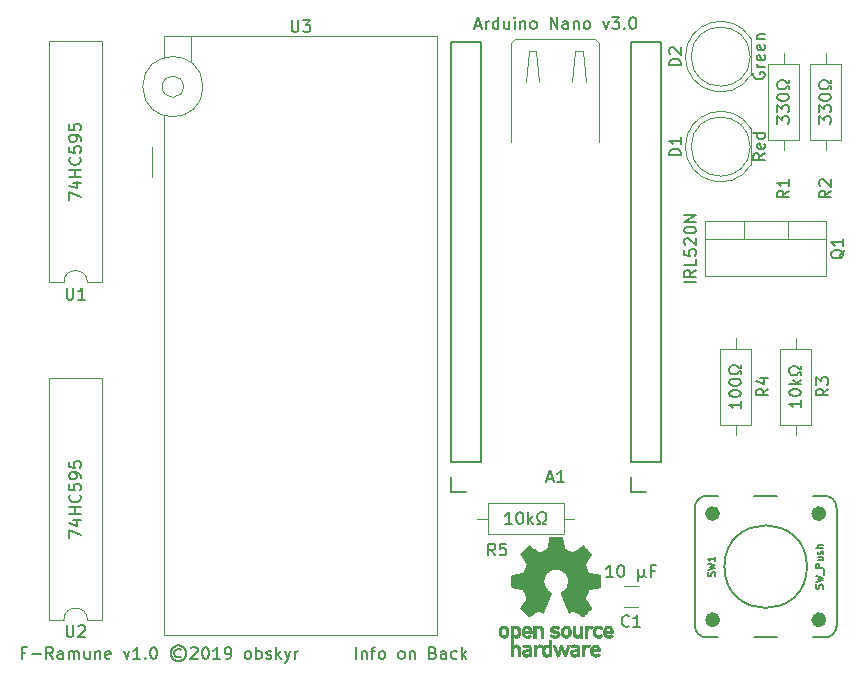
<source format=gto>
G04 #@! TF.GenerationSoftware,KiCad,Pcbnew,(5.1.0)-1*
G04 #@! TF.CreationDate,2019-05-25T00:30:21-04:00*
G04 #@! TF.ProjectId,f-ramune_arduino,662d7261-6d75-46e6-955f-61726475696e,rev?*
G04 #@! TF.SameCoordinates,Original*
G04 #@! TF.FileFunction,Legend,Top*
G04 #@! TF.FilePolarity,Positive*
%FSLAX46Y46*%
G04 Gerber Fmt 4.6, Leading zero omitted, Abs format (unit mm)*
G04 Created by KiCad (PCBNEW (5.1.0)-1) date 2019-05-25 00:30:21*
%MOMM*%
%LPD*%
G04 APERTURE LIST*
%ADD10C,0.120000*%
%ADD11C,0.150000*%
%ADD12C,0.203200*%
%ADD13C,0.698500*%
%ADD14C,0.010000*%
%ADD15C,0.127000*%
G04 APERTURE END LIST*
D10*
X166497000Y-80899000D02*
X166751000Y-78232000D01*
X166751000Y-78232000D02*
X167386000Y-78232000D01*
X167386000Y-78232000D02*
X167640000Y-80899000D01*
X163449000Y-78232000D02*
X163703000Y-80899000D01*
X162814000Y-78232000D02*
X163449000Y-78232000D01*
X162560000Y-80899000D02*
X162814000Y-78232000D01*
X168783000Y-77597000D02*
X168783000Y-85979000D01*
X168402000Y-77216000D02*
X168783000Y-77597000D01*
X161671000Y-77216000D02*
X168402000Y-77216000D01*
X161290000Y-77597000D02*
X161671000Y-77216000D01*
X161290000Y-85979000D02*
X161290000Y-77597000D01*
D11*
X120207809Y-129214571D02*
X119874476Y-129214571D01*
X119874476Y-129738380D02*
X119874476Y-128738380D01*
X120350666Y-128738380D01*
X120731619Y-129357428D02*
X121493523Y-129357428D01*
X122541142Y-129738380D02*
X122207809Y-129262190D01*
X121969714Y-129738380D02*
X121969714Y-128738380D01*
X122350666Y-128738380D01*
X122445904Y-128786000D01*
X122493523Y-128833619D01*
X122541142Y-128928857D01*
X122541142Y-129071714D01*
X122493523Y-129166952D01*
X122445904Y-129214571D01*
X122350666Y-129262190D01*
X121969714Y-129262190D01*
X123398285Y-129738380D02*
X123398285Y-129214571D01*
X123350666Y-129119333D01*
X123255428Y-129071714D01*
X123064952Y-129071714D01*
X122969714Y-129119333D01*
X123398285Y-129690761D02*
X123303047Y-129738380D01*
X123064952Y-129738380D01*
X122969714Y-129690761D01*
X122922095Y-129595523D01*
X122922095Y-129500285D01*
X122969714Y-129405047D01*
X123064952Y-129357428D01*
X123303047Y-129357428D01*
X123398285Y-129309809D01*
X123874476Y-129738380D02*
X123874476Y-129071714D01*
X123874476Y-129166952D02*
X123922095Y-129119333D01*
X124017333Y-129071714D01*
X124160190Y-129071714D01*
X124255428Y-129119333D01*
X124303047Y-129214571D01*
X124303047Y-129738380D01*
X124303047Y-129214571D02*
X124350666Y-129119333D01*
X124445904Y-129071714D01*
X124588761Y-129071714D01*
X124684000Y-129119333D01*
X124731619Y-129214571D01*
X124731619Y-129738380D01*
X125636380Y-129071714D02*
X125636380Y-129738380D01*
X125207809Y-129071714D02*
X125207809Y-129595523D01*
X125255428Y-129690761D01*
X125350666Y-129738380D01*
X125493523Y-129738380D01*
X125588761Y-129690761D01*
X125636380Y-129643142D01*
X126112571Y-129071714D02*
X126112571Y-129738380D01*
X126112571Y-129166952D02*
X126160190Y-129119333D01*
X126255428Y-129071714D01*
X126398285Y-129071714D01*
X126493523Y-129119333D01*
X126541142Y-129214571D01*
X126541142Y-129738380D01*
X127398285Y-129690761D02*
X127303047Y-129738380D01*
X127112571Y-129738380D01*
X127017333Y-129690761D01*
X126969714Y-129595523D01*
X126969714Y-129214571D01*
X127017333Y-129119333D01*
X127112571Y-129071714D01*
X127303047Y-129071714D01*
X127398285Y-129119333D01*
X127445904Y-129214571D01*
X127445904Y-129309809D01*
X126969714Y-129405047D01*
X128541142Y-129071714D02*
X128779238Y-129738380D01*
X129017333Y-129071714D01*
X129922095Y-129738380D02*
X129350666Y-129738380D01*
X129636380Y-129738380D02*
X129636380Y-128738380D01*
X129541142Y-128881238D01*
X129445904Y-128976476D01*
X129350666Y-129024095D01*
X130350666Y-129643142D02*
X130398285Y-129690761D01*
X130350666Y-129738380D01*
X130303047Y-129690761D01*
X130350666Y-129643142D01*
X130350666Y-129738380D01*
X131017333Y-128738380D02*
X131112571Y-128738380D01*
X131207809Y-128786000D01*
X131255428Y-128833619D01*
X131303047Y-128928857D01*
X131350666Y-129119333D01*
X131350666Y-129357428D01*
X131303047Y-129547904D01*
X131255428Y-129643142D01*
X131207809Y-129690761D01*
X131112571Y-129738380D01*
X131017333Y-129738380D01*
X130922095Y-129690761D01*
X130874476Y-129643142D01*
X130826857Y-129547904D01*
X130779238Y-129357428D01*
X130779238Y-129119333D01*
X130826857Y-128928857D01*
X130874476Y-128833619D01*
X130922095Y-128786000D01*
X131017333Y-128738380D01*
X133350666Y-128976476D02*
X133255428Y-128928857D01*
X133064952Y-128928857D01*
X132969714Y-128976476D01*
X132874476Y-129071714D01*
X132826857Y-129166952D01*
X132826857Y-129357428D01*
X132874476Y-129452666D01*
X132969714Y-129547904D01*
X133064952Y-129595523D01*
X133255428Y-129595523D01*
X133350666Y-129547904D01*
X133160190Y-128595523D02*
X132922095Y-128643142D01*
X132684000Y-128786000D01*
X132541142Y-129024095D01*
X132493523Y-129262190D01*
X132541142Y-129500285D01*
X132684000Y-129738380D01*
X132922095Y-129881238D01*
X133160190Y-129928857D01*
X133398285Y-129881238D01*
X133636380Y-129738380D01*
X133779238Y-129500285D01*
X133826857Y-129262190D01*
X133779238Y-129024095D01*
X133636380Y-128786000D01*
X133398285Y-128643142D01*
X133160190Y-128595523D01*
X134207809Y-128833619D02*
X134255428Y-128786000D01*
X134350666Y-128738380D01*
X134588761Y-128738380D01*
X134684000Y-128786000D01*
X134731619Y-128833619D01*
X134779238Y-128928857D01*
X134779238Y-129024095D01*
X134731619Y-129166952D01*
X134160190Y-129738380D01*
X134779238Y-129738380D01*
X135398285Y-128738380D02*
X135493523Y-128738380D01*
X135588761Y-128786000D01*
X135636380Y-128833619D01*
X135684000Y-128928857D01*
X135731619Y-129119333D01*
X135731619Y-129357428D01*
X135684000Y-129547904D01*
X135636380Y-129643142D01*
X135588761Y-129690761D01*
X135493523Y-129738380D01*
X135398285Y-129738380D01*
X135303047Y-129690761D01*
X135255428Y-129643142D01*
X135207809Y-129547904D01*
X135160190Y-129357428D01*
X135160190Y-129119333D01*
X135207809Y-128928857D01*
X135255428Y-128833619D01*
X135303047Y-128786000D01*
X135398285Y-128738380D01*
X136684000Y-129738380D02*
X136112571Y-129738380D01*
X136398285Y-129738380D02*
X136398285Y-128738380D01*
X136303047Y-128881238D01*
X136207809Y-128976476D01*
X136112571Y-129024095D01*
X137160190Y-129738380D02*
X137350666Y-129738380D01*
X137445904Y-129690761D01*
X137493523Y-129643142D01*
X137588761Y-129500285D01*
X137636380Y-129309809D01*
X137636380Y-128928857D01*
X137588761Y-128833619D01*
X137541142Y-128786000D01*
X137445904Y-128738380D01*
X137255428Y-128738380D01*
X137160190Y-128786000D01*
X137112571Y-128833619D01*
X137064952Y-128928857D01*
X137064952Y-129166952D01*
X137112571Y-129262190D01*
X137160190Y-129309809D01*
X137255428Y-129357428D01*
X137445904Y-129357428D01*
X137541142Y-129309809D01*
X137588761Y-129262190D01*
X137636380Y-129166952D01*
X138969714Y-129738380D02*
X138874476Y-129690761D01*
X138826857Y-129643142D01*
X138779238Y-129547904D01*
X138779238Y-129262190D01*
X138826857Y-129166952D01*
X138874476Y-129119333D01*
X138969714Y-129071714D01*
X139112571Y-129071714D01*
X139207809Y-129119333D01*
X139255428Y-129166952D01*
X139303047Y-129262190D01*
X139303047Y-129547904D01*
X139255428Y-129643142D01*
X139207809Y-129690761D01*
X139112571Y-129738380D01*
X138969714Y-129738380D01*
X139731619Y-129738380D02*
X139731619Y-128738380D01*
X139731619Y-129119333D02*
X139826857Y-129071714D01*
X140017333Y-129071714D01*
X140112571Y-129119333D01*
X140160190Y-129166952D01*
X140207809Y-129262190D01*
X140207809Y-129547904D01*
X140160190Y-129643142D01*
X140112571Y-129690761D01*
X140017333Y-129738380D01*
X139826857Y-129738380D01*
X139731619Y-129690761D01*
X140588761Y-129690761D02*
X140684000Y-129738380D01*
X140874476Y-129738380D01*
X140969714Y-129690761D01*
X141017333Y-129595523D01*
X141017333Y-129547904D01*
X140969714Y-129452666D01*
X140874476Y-129405047D01*
X140731619Y-129405047D01*
X140636380Y-129357428D01*
X140588761Y-129262190D01*
X140588761Y-129214571D01*
X140636380Y-129119333D01*
X140731619Y-129071714D01*
X140874476Y-129071714D01*
X140969714Y-129119333D01*
X141445904Y-129738380D02*
X141445904Y-128738380D01*
X141541142Y-129357428D02*
X141826857Y-129738380D01*
X141826857Y-129071714D02*
X141445904Y-129452666D01*
X142160190Y-129071714D02*
X142398285Y-129738380D01*
X142636380Y-129071714D02*
X142398285Y-129738380D01*
X142303047Y-129976476D01*
X142255428Y-130024095D01*
X142160190Y-130071714D01*
X143017333Y-129738380D02*
X143017333Y-129071714D01*
X143017333Y-129262190D02*
X143064952Y-129166952D01*
X143112571Y-129119333D01*
X143207809Y-129071714D01*
X143303047Y-129071714D01*
X148207809Y-129738380D02*
X148207809Y-128738380D01*
X148684000Y-129071714D02*
X148684000Y-129738380D01*
X148684000Y-129166952D02*
X148731619Y-129119333D01*
X148826857Y-129071714D01*
X148969714Y-129071714D01*
X149064952Y-129119333D01*
X149112571Y-129214571D01*
X149112571Y-129738380D01*
X149445904Y-129071714D02*
X149826857Y-129071714D01*
X149588761Y-129738380D02*
X149588761Y-128881238D01*
X149636380Y-128786000D01*
X149731619Y-128738380D01*
X149826857Y-128738380D01*
X150303047Y-129738380D02*
X150207809Y-129690761D01*
X150160190Y-129643142D01*
X150112571Y-129547904D01*
X150112571Y-129262190D01*
X150160190Y-129166952D01*
X150207809Y-129119333D01*
X150303047Y-129071714D01*
X150445904Y-129071714D01*
X150541142Y-129119333D01*
X150588761Y-129166952D01*
X150636380Y-129262190D01*
X150636380Y-129547904D01*
X150588761Y-129643142D01*
X150541142Y-129690761D01*
X150445904Y-129738380D01*
X150303047Y-129738380D01*
X151969714Y-129738380D02*
X151874476Y-129690761D01*
X151826857Y-129643142D01*
X151779238Y-129547904D01*
X151779238Y-129262190D01*
X151826857Y-129166952D01*
X151874476Y-129119333D01*
X151969714Y-129071714D01*
X152112571Y-129071714D01*
X152207809Y-129119333D01*
X152255428Y-129166952D01*
X152303047Y-129262190D01*
X152303047Y-129547904D01*
X152255428Y-129643142D01*
X152207809Y-129690761D01*
X152112571Y-129738380D01*
X151969714Y-129738380D01*
X152731619Y-129071714D02*
X152731619Y-129738380D01*
X152731619Y-129166952D02*
X152779238Y-129119333D01*
X152874476Y-129071714D01*
X153017333Y-129071714D01*
X153112571Y-129119333D01*
X153160190Y-129214571D01*
X153160190Y-129738380D01*
X154731619Y-129214571D02*
X154874476Y-129262190D01*
X154922095Y-129309809D01*
X154969714Y-129405047D01*
X154969714Y-129547904D01*
X154922095Y-129643142D01*
X154874476Y-129690761D01*
X154779238Y-129738380D01*
X154398285Y-129738380D01*
X154398285Y-128738380D01*
X154731619Y-128738380D01*
X154826857Y-128786000D01*
X154874476Y-128833619D01*
X154922095Y-128928857D01*
X154922095Y-129024095D01*
X154874476Y-129119333D01*
X154826857Y-129166952D01*
X154731619Y-129214571D01*
X154398285Y-129214571D01*
X155826857Y-129738380D02*
X155826857Y-129214571D01*
X155779238Y-129119333D01*
X155683999Y-129071714D01*
X155493523Y-129071714D01*
X155398285Y-129119333D01*
X155826857Y-129690761D02*
X155731619Y-129738380D01*
X155493523Y-129738380D01*
X155398285Y-129690761D01*
X155350666Y-129595523D01*
X155350666Y-129500285D01*
X155398285Y-129405047D01*
X155493523Y-129357428D01*
X155731619Y-129357428D01*
X155826857Y-129309809D01*
X156731619Y-129690761D02*
X156636380Y-129738380D01*
X156445904Y-129738380D01*
X156350666Y-129690761D01*
X156303047Y-129643142D01*
X156255428Y-129547904D01*
X156255428Y-129262190D01*
X156303047Y-129166952D01*
X156350666Y-129119333D01*
X156445904Y-129071714D01*
X156636380Y-129071714D01*
X156731619Y-129119333D01*
X157160190Y-129738380D02*
X157160190Y-128738380D01*
X157255428Y-129357428D02*
X157541142Y-129738380D01*
X157541142Y-129071714D02*
X157160190Y-129452666D01*
D10*
X130940000Y-88900000D02*
X130940000Y-86360000D01*
X134240000Y-76970000D02*
X134240000Y-79230000D01*
X131970000Y-76970000D02*
X131970000Y-78830000D01*
X155050000Y-76970000D02*
X131970000Y-76970000D01*
X155050000Y-127670000D02*
X155050000Y-76970000D01*
X131970000Y-127670000D02*
X155050000Y-127670000D01*
X131970000Y-83730000D02*
X131970000Y-127670000D01*
X133590000Y-81280000D02*
G75*
G03X133590000Y-81280000I-900000J0D01*
G01*
X135240000Y-81280000D02*
G75*
G03X135240000Y-81280000I-2550000J0D01*
G01*
D12*
X187878720Y-127919480D02*
G75*
G03X188879480Y-126918720I0J1000760D01*
G01*
X188879480Y-116921280D02*
G75*
G03X187878720Y-115920520I-1000760J0D01*
G01*
X177881280Y-115920520D02*
G75*
G03X176880520Y-116921280I0J-1000760D01*
G01*
X176880520Y-126918720D02*
G75*
G03X177881280Y-127919480I1000760J0D01*
G01*
D13*
X187678060Y-126418340D02*
G75*
G03X187678060Y-126418340I-299720J0D01*
G01*
X187678060Y-117421660D02*
G75*
G03X187678060Y-117421660I-299720J0D01*
G01*
X178681380Y-117421660D02*
G75*
G03X178681380Y-117421660I-299720J0D01*
G01*
X178681380Y-126418340D02*
G75*
G03X178681380Y-126418340I-299720J0D01*
G01*
D12*
X186377580Y-121920000D02*
G75*
G03X186377580Y-121920000I-3497580J0D01*
G01*
X183878220Y-127919480D02*
X181881780Y-127919480D01*
X187878720Y-127919480D02*
X186877960Y-127919480D01*
X188879480Y-116921280D02*
X188879480Y-126918720D01*
X186877960Y-115920520D02*
X187878720Y-115920520D01*
X181881780Y-115920520D02*
X183878220Y-115920520D01*
X177881280Y-115920520D02*
X178882040Y-115920520D01*
X176880520Y-126918720D02*
X176880520Y-116921280D01*
X178882040Y-127919480D02*
X177881280Y-127919480D01*
D14*
G36*
X165232187Y-119380103D02*
G01*
X165335021Y-119380477D01*
X165417245Y-119381215D01*
X165481255Y-119382412D01*
X165529446Y-119384162D01*
X165564213Y-119386559D01*
X165587951Y-119389697D01*
X165603055Y-119393671D01*
X165611921Y-119398575D01*
X165613442Y-119399957D01*
X165629395Y-119419606D01*
X165633400Y-119429136D01*
X165635652Y-119443284D01*
X165642071Y-119479617D01*
X165652147Y-119535357D01*
X165665373Y-119607723D01*
X165681240Y-119693934D01*
X165699239Y-119791212D01*
X165718863Y-119896775D01*
X165721941Y-119913293D01*
X165746645Y-120044403D01*
X165767582Y-120152255D01*
X165785154Y-120238647D01*
X165799763Y-120305377D01*
X165811811Y-120354241D01*
X165821701Y-120387038D01*
X165829835Y-120405565D01*
X165833066Y-120409760D01*
X165850416Y-120420017D01*
X165888119Y-120438217D01*
X165942920Y-120462928D01*
X166011566Y-120492717D01*
X166090804Y-120526150D01*
X166177381Y-120561795D01*
X166188016Y-120566116D01*
X166289342Y-120606927D01*
X166369841Y-120638601D01*
X166432035Y-120661995D01*
X166478447Y-120677969D01*
X166511600Y-120687381D01*
X166534016Y-120691091D01*
X166548218Y-120689957D01*
X166549966Y-120689356D01*
X166566846Y-120679720D01*
X166602118Y-120657287D01*
X166653293Y-120623718D01*
X166717878Y-120580673D01*
X166793385Y-120529815D01*
X166877321Y-120472803D01*
X166967197Y-120411299D01*
X166978495Y-120403537D01*
X167068132Y-120342163D01*
X167151458Y-120285575D01*
X167226107Y-120235347D01*
X167289711Y-120193050D01*
X167339904Y-120160257D01*
X167374317Y-120138540D01*
X167390586Y-120129472D01*
X167391330Y-120129300D01*
X167403082Y-120138000D01*
X167430710Y-120162816D01*
X167472212Y-120201821D01*
X167525585Y-120253088D01*
X167588828Y-120314688D01*
X167659939Y-120384696D01*
X167736916Y-120461182D01*
X167759374Y-120483624D01*
X167854681Y-120579376D01*
X167932813Y-120658812D01*
X167994934Y-120723195D01*
X168042205Y-120773785D01*
X168075788Y-120811846D01*
X168096846Y-120838638D01*
X168106540Y-120855423D01*
X168107330Y-120861449D01*
X168098926Y-120876949D01*
X168077687Y-120910866D01*
X168045247Y-120960740D01*
X168003237Y-121024109D01*
X167953289Y-121098514D01*
X167897036Y-121181494D01*
X167836111Y-121270588D01*
X167830621Y-121278580D01*
X167749118Y-121398024D01*
X167682553Y-121497442D01*
X167630702Y-121577189D01*
X167593342Y-121637615D01*
X167570247Y-121679075D01*
X167561196Y-121701923D01*
X167561039Y-121704030D01*
X167566309Y-121724756D01*
X167580483Y-121764862D01*
X167601968Y-121820617D01*
X167629171Y-121888293D01*
X167660497Y-121964160D01*
X167694353Y-122044487D01*
X167729144Y-122125546D01*
X167763277Y-122203607D01*
X167795158Y-122274940D01*
X167823193Y-122335815D01*
X167845788Y-122382503D01*
X167861349Y-122411275D01*
X167866114Y-122417899D01*
X167880720Y-122425637D01*
X167912077Y-122435591D01*
X167961585Y-122448072D01*
X168030647Y-122463393D01*
X168120664Y-122481865D01*
X168233037Y-122503801D01*
X168359936Y-122527787D01*
X168466449Y-122547837D01*
X168565269Y-122566724D01*
X168653572Y-122583889D01*
X168728535Y-122598770D01*
X168787334Y-122610805D01*
X168827146Y-122619433D01*
X168845145Y-122624093D01*
X168845711Y-122624362D01*
X168849629Y-122638488D01*
X168852861Y-122675858D01*
X168855417Y-122736868D01*
X168857309Y-122821912D01*
X168858546Y-122931386D01*
X168859140Y-123065685D01*
X168859200Y-123132044D01*
X168859066Y-123261300D01*
X168858615Y-123367374D01*
X168857769Y-123452483D01*
X168856452Y-123518845D01*
X168854586Y-123568677D01*
X168852095Y-123604195D01*
X168848902Y-123627617D01*
X168844929Y-123641160D01*
X168841372Y-123646185D01*
X168825164Y-123651836D01*
X168786872Y-123661413D01*
X168729400Y-123674303D01*
X168655656Y-123689890D01*
X168568545Y-123707562D01*
X168470972Y-123726704D01*
X168365845Y-123746702D01*
X168364853Y-123746888D01*
X168239648Y-123770748D01*
X168130903Y-123792315D01*
X168040211Y-123811239D01*
X167969163Y-123827172D01*
X167919350Y-123839767D01*
X167892366Y-123848674D01*
X167888325Y-123851122D01*
X167877927Y-123868823D01*
X167860148Y-123906693D01*
X167836428Y-123961080D01*
X167808207Y-124028335D01*
X167776924Y-124104806D01*
X167744021Y-124186842D01*
X167710935Y-124270793D01*
X167679107Y-124353008D01*
X167649977Y-124429837D01*
X167624985Y-124497627D01*
X167605569Y-124552730D01*
X167593171Y-124591494D01*
X167589200Y-124609607D01*
X167594584Y-124627799D01*
X167611192Y-124660424D01*
X167639704Y-124708567D01*
X167680801Y-124773312D01*
X167735164Y-124855743D01*
X167803473Y-124956945D01*
X167849550Y-125024377D01*
X167909330Y-125112100D01*
X167964276Y-125193780D01*
X168012770Y-125266934D01*
X168053195Y-125329077D01*
X168083935Y-125377724D01*
X168103373Y-125410391D01*
X168109900Y-125424446D01*
X168101174Y-125437654D01*
X168076290Y-125466638D01*
X168037185Y-125509354D01*
X167985798Y-125563755D01*
X167924069Y-125627795D01*
X167853934Y-125699428D01*
X167777333Y-125776608D01*
X167756503Y-125797424D01*
X167664346Y-125889085D01*
X167588337Y-125963978D01*
X167526906Y-126023535D01*
X167478480Y-126069187D01*
X167441490Y-126102363D01*
X167414362Y-126124494D01*
X167395525Y-126137010D01*
X167383409Y-126141342D01*
X167379229Y-126140831D01*
X167363444Y-126131679D01*
X167329340Y-126109799D01*
X167279489Y-126076908D01*
X167216462Y-126034726D01*
X167142831Y-125984973D01*
X167061167Y-125929368D01*
X166989172Y-125880034D01*
X166902789Y-125821178D01*
X166822160Y-125767210D01*
X166749869Y-125719784D01*
X166688498Y-125680554D01*
X166640629Y-125651177D01*
X166608846Y-125633307D01*
X166596500Y-125628400D01*
X166576288Y-125634142D01*
X166538481Y-125649944D01*
X166487765Y-125673667D01*
X166428827Y-125703171D01*
X166401750Y-125717300D01*
X166341408Y-125748539D01*
X166288027Y-125774976D01*
X166246058Y-125794497D01*
X166219951Y-125804988D01*
X166214538Y-125806200D01*
X166199104Y-125795105D01*
X166180117Y-125765817D01*
X166167724Y-125739525D01*
X166105585Y-125590563D01*
X166042860Y-125439703D01*
X165980309Y-125288804D01*
X165918691Y-125139727D01*
X165858767Y-124994330D01*
X165801295Y-124854475D01*
X165747036Y-124722021D01*
X165696750Y-124598828D01*
X165651195Y-124486755D01*
X165611132Y-124387662D01*
X165577321Y-124303410D01*
X165550520Y-124235858D01*
X165531491Y-124186866D01*
X165520992Y-124158295D01*
X165519100Y-124151624D01*
X165529125Y-124132758D01*
X165554632Y-124108905D01*
X165572210Y-124096591D01*
X165721194Y-123992158D01*
X165846490Y-123881273D01*
X165949371Y-123762170D01*
X166031113Y-123633085D01*
X166092989Y-123492251D01*
X166136276Y-123337906D01*
X166142510Y-123306876D01*
X166150815Y-123232975D01*
X166152151Y-123143728D01*
X166147043Y-123048058D01*
X166136020Y-122954886D01*
X166119608Y-122873135D01*
X166116114Y-122860291D01*
X166060043Y-122708433D01*
X165983511Y-122569859D01*
X165888533Y-122446089D01*
X165777125Y-122338646D01*
X165651301Y-122249050D01*
X165513078Y-122178824D01*
X165364470Y-122129489D01*
X165207493Y-122102568D01*
X165106350Y-122097799D01*
X164945177Y-122109987D01*
X164791117Y-122145537D01*
X164646188Y-122202925D01*
X164512402Y-122280632D01*
X164391776Y-122377134D01*
X164286325Y-122490911D01*
X164198064Y-122620440D01*
X164129008Y-122764200D01*
X164096585Y-122860291D01*
X164079257Y-122939031D01*
X164067223Y-123030802D01*
X164061009Y-123126681D01*
X164061142Y-123217747D01*
X164068152Y-123295076D01*
X164070189Y-123306876D01*
X164110084Y-123463991D01*
X164168327Y-123607259D01*
X164246193Y-123738442D01*
X164344955Y-123859308D01*
X164465890Y-123971620D01*
X164610271Y-124077144D01*
X164640489Y-124096591D01*
X164671451Y-124120196D01*
X164690592Y-124142608D01*
X164693600Y-124151624D01*
X164688843Y-124166430D01*
X164675078Y-124202823D01*
X164653066Y-124258944D01*
X164623566Y-124332932D01*
X164587338Y-124422928D01*
X164545141Y-124527071D01*
X164497736Y-124643503D01*
X164445881Y-124770362D01*
X164390337Y-124905789D01*
X164331863Y-125047925D01*
X164271219Y-125194910D01*
X164209166Y-125344883D01*
X164146461Y-125495984D01*
X164083866Y-125646355D01*
X164044975Y-125739525D01*
X164025947Y-125777514D01*
X164007702Y-125801251D01*
X163998161Y-125806200D01*
X163980715Y-125800501D01*
X163945388Y-125784814D01*
X163896631Y-125761252D01*
X163838895Y-125731928D01*
X163810950Y-125717300D01*
X163749892Y-125685944D01*
X163695016Y-125659438D01*
X163651006Y-125639920D01*
X163622547Y-125629529D01*
X163616199Y-125628400D01*
X163599822Y-125635396D01*
X163565203Y-125655280D01*
X163514926Y-125686399D01*
X163451573Y-125727096D01*
X163377727Y-125775717D01*
X163295970Y-125830607D01*
X163223527Y-125880034D01*
X163137151Y-125939188D01*
X163056675Y-125993917D01*
X162984670Y-126042501D01*
X162923708Y-126083220D01*
X162876360Y-126114355D01*
X162845197Y-126134187D01*
X162833470Y-126140831D01*
X162824236Y-126140201D01*
X162809102Y-126132134D01*
X162786497Y-126115199D01*
X162754850Y-126087966D01*
X162712588Y-126049003D01*
X162658140Y-125996881D01*
X162589934Y-125930170D01*
X162506400Y-125847438D01*
X162456196Y-125797424D01*
X162378225Y-125719132D01*
X162306215Y-125645853D01*
X162242103Y-125579633D01*
X162187828Y-125522517D01*
X162145329Y-125476552D01*
X162116544Y-125443784D01*
X162103411Y-125426258D01*
X162102800Y-125424446D01*
X162109771Y-125409593D01*
X162129608Y-125376357D01*
X162160694Y-125327224D01*
X162201412Y-125264678D01*
X162250145Y-125191202D01*
X162305277Y-125109282D01*
X162363150Y-125024377D01*
X162439825Y-124911838D01*
X162502160Y-124818696D01*
X162550836Y-124743868D01*
X162586534Y-124686269D01*
X162609935Y-124644813D01*
X162621719Y-124618417D01*
X162623500Y-124609607D01*
X162618847Y-124589144D01*
X162605851Y-124548976D01*
X162585949Y-124492754D01*
X162560582Y-124424128D01*
X162531190Y-124346749D01*
X162499213Y-124264267D01*
X162466090Y-124180334D01*
X162433260Y-124098600D01*
X162402165Y-124022716D01*
X162374243Y-123956333D01*
X162350934Y-123903102D01*
X162333678Y-123866673D01*
X162324374Y-123851122D01*
X162306944Y-123843783D01*
X162266051Y-123832618D01*
X162203287Y-123817975D01*
X162120244Y-123800203D01*
X162018513Y-123779650D01*
X161899686Y-123756663D01*
X161847846Y-123746888D01*
X161742663Y-123726885D01*
X161645008Y-123707733D01*
X161557788Y-123690044D01*
X161483907Y-123674435D01*
X161426273Y-123661517D01*
X161387791Y-123651907D01*
X161371367Y-123646217D01*
X161371327Y-123646185D01*
X161366716Y-123638625D01*
X161362943Y-123622858D01*
X161359929Y-123596667D01*
X161357599Y-123557834D01*
X161355875Y-123504142D01*
X161354681Y-123433375D01*
X161353939Y-123343315D01*
X161353573Y-123231745D01*
X161353499Y-123132044D01*
X161353816Y-122986808D01*
X161354771Y-122866570D01*
X161356376Y-122770933D01*
X161358642Y-122699503D01*
X161361579Y-122651885D01*
X161365196Y-122627683D01*
X161366988Y-122624362D01*
X161382132Y-122620225D01*
X161419433Y-122612052D01*
X161476066Y-122600402D01*
X161549209Y-122585839D01*
X161636035Y-122568922D01*
X161733723Y-122550215D01*
X161839448Y-122530277D01*
X161852763Y-122527787D01*
X161987368Y-122502322D01*
X162098303Y-122480612D01*
X162186968Y-122462346D01*
X162254767Y-122447212D01*
X162303099Y-122434898D01*
X162333368Y-122425092D01*
X162346585Y-122417899D01*
X162357882Y-122399860D01*
X162377038Y-122361975D01*
X162402457Y-122307974D01*
X162432547Y-122241585D01*
X162465714Y-122166539D01*
X162500364Y-122086566D01*
X162534902Y-122005394D01*
X162567736Y-121926754D01*
X162597271Y-121854375D01*
X162621913Y-121791987D01*
X162640069Y-121743320D01*
X162650144Y-121712102D01*
X162651660Y-121704030D01*
X162645038Y-121684397D01*
X162624413Y-121646213D01*
X162589560Y-121589124D01*
X162540256Y-121512778D01*
X162476277Y-121416821D01*
X162397399Y-121300899D01*
X162382078Y-121278580D01*
X162320822Y-121189068D01*
X162264096Y-121105456D01*
X162213532Y-121030204D01*
X162170764Y-120965773D01*
X162137422Y-120914622D01*
X162115140Y-120879213D01*
X162105550Y-120862006D01*
X162105369Y-120861449D01*
X162108470Y-120850346D01*
X162122200Y-120830035D01*
X162147719Y-120799254D01*
X162186191Y-120756741D01*
X162238777Y-120701236D01*
X162306638Y-120631475D01*
X162390938Y-120546198D01*
X162453325Y-120483624D01*
X162531592Y-120405660D01*
X162604557Y-120333633D01*
X162670218Y-120269471D01*
X162726573Y-120215100D01*
X162771620Y-120172447D01*
X162803357Y-120143441D01*
X162819782Y-120130008D01*
X162821369Y-120129300D01*
X162834617Y-120136270D01*
X162866378Y-120156132D01*
X162914283Y-120187314D01*
X162975967Y-120228243D01*
X163049061Y-120277346D01*
X163131200Y-120333053D01*
X163220015Y-120393789D01*
X163234204Y-120403537D01*
X163324637Y-120465476D01*
X163409435Y-120523128D01*
X163486108Y-120574829D01*
X163552165Y-120618921D01*
X163605116Y-120653740D01*
X163642470Y-120677627D01*
X163661737Y-120688919D01*
X163662733Y-120689356D01*
X163675809Y-120691215D01*
X163696677Y-120688374D01*
X163727862Y-120679974D01*
X163771884Y-120665155D01*
X163831267Y-120643060D01*
X163908534Y-120612829D01*
X164006206Y-120573603D01*
X164024683Y-120566116D01*
X164111921Y-120530299D01*
X164192213Y-120496519D01*
X164262304Y-120466208D01*
X164318939Y-120440801D01*
X164358864Y-120421732D01*
X164378825Y-120410435D01*
X164379716Y-120409677D01*
X164387185Y-120397125D01*
X164396192Y-120371295D01*
X164407144Y-120330370D01*
X164420448Y-120272531D01*
X164436512Y-120195962D01*
X164455743Y-120098844D01*
X164478548Y-119979359D01*
X164490841Y-119913755D01*
X164510662Y-119807227D01*
X164528935Y-119708541D01*
X164545150Y-119620485D01*
X164558798Y-119545844D01*
X164569370Y-119487405D01*
X164576357Y-119447952D01*
X164579250Y-119430274D01*
X164579300Y-119429682D01*
X164587322Y-119413843D01*
X164599257Y-119399957D01*
X164606938Y-119394806D01*
X164620259Y-119390608D01*
X164641616Y-119387270D01*
X164673404Y-119384696D01*
X164718017Y-119382794D01*
X164777851Y-119381467D01*
X164855300Y-119380624D01*
X164952761Y-119380168D01*
X165072628Y-119380005D01*
X165106350Y-119380000D01*
X165232187Y-119380103D01*
X165232187Y-119380103D01*
G37*
X165232187Y-119380103D02*
X165335021Y-119380477D01*
X165417245Y-119381215D01*
X165481255Y-119382412D01*
X165529446Y-119384162D01*
X165564213Y-119386559D01*
X165587951Y-119389697D01*
X165603055Y-119393671D01*
X165611921Y-119398575D01*
X165613442Y-119399957D01*
X165629395Y-119419606D01*
X165633400Y-119429136D01*
X165635652Y-119443284D01*
X165642071Y-119479617D01*
X165652147Y-119535357D01*
X165665373Y-119607723D01*
X165681240Y-119693934D01*
X165699239Y-119791212D01*
X165718863Y-119896775D01*
X165721941Y-119913293D01*
X165746645Y-120044403D01*
X165767582Y-120152255D01*
X165785154Y-120238647D01*
X165799763Y-120305377D01*
X165811811Y-120354241D01*
X165821701Y-120387038D01*
X165829835Y-120405565D01*
X165833066Y-120409760D01*
X165850416Y-120420017D01*
X165888119Y-120438217D01*
X165942920Y-120462928D01*
X166011566Y-120492717D01*
X166090804Y-120526150D01*
X166177381Y-120561795D01*
X166188016Y-120566116D01*
X166289342Y-120606927D01*
X166369841Y-120638601D01*
X166432035Y-120661995D01*
X166478447Y-120677969D01*
X166511600Y-120687381D01*
X166534016Y-120691091D01*
X166548218Y-120689957D01*
X166549966Y-120689356D01*
X166566846Y-120679720D01*
X166602118Y-120657287D01*
X166653293Y-120623718D01*
X166717878Y-120580673D01*
X166793385Y-120529815D01*
X166877321Y-120472803D01*
X166967197Y-120411299D01*
X166978495Y-120403537D01*
X167068132Y-120342163D01*
X167151458Y-120285575D01*
X167226107Y-120235347D01*
X167289711Y-120193050D01*
X167339904Y-120160257D01*
X167374317Y-120138540D01*
X167390586Y-120129472D01*
X167391330Y-120129300D01*
X167403082Y-120138000D01*
X167430710Y-120162816D01*
X167472212Y-120201821D01*
X167525585Y-120253088D01*
X167588828Y-120314688D01*
X167659939Y-120384696D01*
X167736916Y-120461182D01*
X167759374Y-120483624D01*
X167854681Y-120579376D01*
X167932813Y-120658812D01*
X167994934Y-120723195D01*
X168042205Y-120773785D01*
X168075788Y-120811846D01*
X168096846Y-120838638D01*
X168106540Y-120855423D01*
X168107330Y-120861449D01*
X168098926Y-120876949D01*
X168077687Y-120910866D01*
X168045247Y-120960740D01*
X168003237Y-121024109D01*
X167953289Y-121098514D01*
X167897036Y-121181494D01*
X167836111Y-121270588D01*
X167830621Y-121278580D01*
X167749118Y-121398024D01*
X167682553Y-121497442D01*
X167630702Y-121577189D01*
X167593342Y-121637615D01*
X167570247Y-121679075D01*
X167561196Y-121701923D01*
X167561039Y-121704030D01*
X167566309Y-121724756D01*
X167580483Y-121764862D01*
X167601968Y-121820617D01*
X167629171Y-121888293D01*
X167660497Y-121964160D01*
X167694353Y-122044487D01*
X167729144Y-122125546D01*
X167763277Y-122203607D01*
X167795158Y-122274940D01*
X167823193Y-122335815D01*
X167845788Y-122382503D01*
X167861349Y-122411275D01*
X167866114Y-122417899D01*
X167880720Y-122425637D01*
X167912077Y-122435591D01*
X167961585Y-122448072D01*
X168030647Y-122463393D01*
X168120664Y-122481865D01*
X168233037Y-122503801D01*
X168359936Y-122527787D01*
X168466449Y-122547837D01*
X168565269Y-122566724D01*
X168653572Y-122583889D01*
X168728535Y-122598770D01*
X168787334Y-122610805D01*
X168827146Y-122619433D01*
X168845145Y-122624093D01*
X168845711Y-122624362D01*
X168849629Y-122638488D01*
X168852861Y-122675858D01*
X168855417Y-122736868D01*
X168857309Y-122821912D01*
X168858546Y-122931386D01*
X168859140Y-123065685D01*
X168859200Y-123132044D01*
X168859066Y-123261300D01*
X168858615Y-123367374D01*
X168857769Y-123452483D01*
X168856452Y-123518845D01*
X168854586Y-123568677D01*
X168852095Y-123604195D01*
X168848902Y-123627617D01*
X168844929Y-123641160D01*
X168841372Y-123646185D01*
X168825164Y-123651836D01*
X168786872Y-123661413D01*
X168729400Y-123674303D01*
X168655656Y-123689890D01*
X168568545Y-123707562D01*
X168470972Y-123726704D01*
X168365845Y-123746702D01*
X168364853Y-123746888D01*
X168239648Y-123770748D01*
X168130903Y-123792315D01*
X168040211Y-123811239D01*
X167969163Y-123827172D01*
X167919350Y-123839767D01*
X167892366Y-123848674D01*
X167888325Y-123851122D01*
X167877927Y-123868823D01*
X167860148Y-123906693D01*
X167836428Y-123961080D01*
X167808207Y-124028335D01*
X167776924Y-124104806D01*
X167744021Y-124186842D01*
X167710935Y-124270793D01*
X167679107Y-124353008D01*
X167649977Y-124429837D01*
X167624985Y-124497627D01*
X167605569Y-124552730D01*
X167593171Y-124591494D01*
X167589200Y-124609607D01*
X167594584Y-124627799D01*
X167611192Y-124660424D01*
X167639704Y-124708567D01*
X167680801Y-124773312D01*
X167735164Y-124855743D01*
X167803473Y-124956945D01*
X167849550Y-125024377D01*
X167909330Y-125112100D01*
X167964276Y-125193780D01*
X168012770Y-125266934D01*
X168053195Y-125329077D01*
X168083935Y-125377724D01*
X168103373Y-125410391D01*
X168109900Y-125424446D01*
X168101174Y-125437654D01*
X168076290Y-125466638D01*
X168037185Y-125509354D01*
X167985798Y-125563755D01*
X167924069Y-125627795D01*
X167853934Y-125699428D01*
X167777333Y-125776608D01*
X167756503Y-125797424D01*
X167664346Y-125889085D01*
X167588337Y-125963978D01*
X167526906Y-126023535D01*
X167478480Y-126069187D01*
X167441490Y-126102363D01*
X167414362Y-126124494D01*
X167395525Y-126137010D01*
X167383409Y-126141342D01*
X167379229Y-126140831D01*
X167363444Y-126131679D01*
X167329340Y-126109799D01*
X167279489Y-126076908D01*
X167216462Y-126034726D01*
X167142831Y-125984973D01*
X167061167Y-125929368D01*
X166989172Y-125880034D01*
X166902789Y-125821178D01*
X166822160Y-125767210D01*
X166749869Y-125719784D01*
X166688498Y-125680554D01*
X166640629Y-125651177D01*
X166608846Y-125633307D01*
X166596500Y-125628400D01*
X166576288Y-125634142D01*
X166538481Y-125649944D01*
X166487765Y-125673667D01*
X166428827Y-125703171D01*
X166401750Y-125717300D01*
X166341408Y-125748539D01*
X166288027Y-125774976D01*
X166246058Y-125794497D01*
X166219951Y-125804988D01*
X166214538Y-125806200D01*
X166199104Y-125795105D01*
X166180117Y-125765817D01*
X166167724Y-125739525D01*
X166105585Y-125590563D01*
X166042860Y-125439703D01*
X165980309Y-125288804D01*
X165918691Y-125139727D01*
X165858767Y-124994330D01*
X165801295Y-124854475D01*
X165747036Y-124722021D01*
X165696750Y-124598828D01*
X165651195Y-124486755D01*
X165611132Y-124387662D01*
X165577321Y-124303410D01*
X165550520Y-124235858D01*
X165531491Y-124186866D01*
X165520992Y-124158295D01*
X165519100Y-124151624D01*
X165529125Y-124132758D01*
X165554632Y-124108905D01*
X165572210Y-124096591D01*
X165721194Y-123992158D01*
X165846490Y-123881273D01*
X165949371Y-123762170D01*
X166031113Y-123633085D01*
X166092989Y-123492251D01*
X166136276Y-123337906D01*
X166142510Y-123306876D01*
X166150815Y-123232975D01*
X166152151Y-123143728D01*
X166147043Y-123048058D01*
X166136020Y-122954886D01*
X166119608Y-122873135D01*
X166116114Y-122860291D01*
X166060043Y-122708433D01*
X165983511Y-122569859D01*
X165888533Y-122446089D01*
X165777125Y-122338646D01*
X165651301Y-122249050D01*
X165513078Y-122178824D01*
X165364470Y-122129489D01*
X165207493Y-122102568D01*
X165106350Y-122097799D01*
X164945177Y-122109987D01*
X164791117Y-122145537D01*
X164646188Y-122202925D01*
X164512402Y-122280632D01*
X164391776Y-122377134D01*
X164286325Y-122490911D01*
X164198064Y-122620440D01*
X164129008Y-122764200D01*
X164096585Y-122860291D01*
X164079257Y-122939031D01*
X164067223Y-123030802D01*
X164061009Y-123126681D01*
X164061142Y-123217747D01*
X164068152Y-123295076D01*
X164070189Y-123306876D01*
X164110084Y-123463991D01*
X164168327Y-123607259D01*
X164246193Y-123738442D01*
X164344955Y-123859308D01*
X164465890Y-123971620D01*
X164610271Y-124077144D01*
X164640489Y-124096591D01*
X164671451Y-124120196D01*
X164690592Y-124142608D01*
X164693600Y-124151624D01*
X164688843Y-124166430D01*
X164675078Y-124202823D01*
X164653066Y-124258944D01*
X164623566Y-124332932D01*
X164587338Y-124422928D01*
X164545141Y-124527071D01*
X164497736Y-124643503D01*
X164445881Y-124770362D01*
X164390337Y-124905789D01*
X164331863Y-125047925D01*
X164271219Y-125194910D01*
X164209166Y-125344883D01*
X164146461Y-125495984D01*
X164083866Y-125646355D01*
X164044975Y-125739525D01*
X164025947Y-125777514D01*
X164007702Y-125801251D01*
X163998161Y-125806200D01*
X163980715Y-125800501D01*
X163945388Y-125784814D01*
X163896631Y-125761252D01*
X163838895Y-125731928D01*
X163810950Y-125717300D01*
X163749892Y-125685944D01*
X163695016Y-125659438D01*
X163651006Y-125639920D01*
X163622547Y-125629529D01*
X163616199Y-125628400D01*
X163599822Y-125635396D01*
X163565203Y-125655280D01*
X163514926Y-125686399D01*
X163451573Y-125727096D01*
X163377727Y-125775717D01*
X163295970Y-125830607D01*
X163223527Y-125880034D01*
X163137151Y-125939188D01*
X163056675Y-125993917D01*
X162984670Y-126042501D01*
X162923708Y-126083220D01*
X162876360Y-126114355D01*
X162845197Y-126134187D01*
X162833470Y-126140831D01*
X162824236Y-126140201D01*
X162809102Y-126132134D01*
X162786497Y-126115199D01*
X162754850Y-126087966D01*
X162712588Y-126049003D01*
X162658140Y-125996881D01*
X162589934Y-125930170D01*
X162506400Y-125847438D01*
X162456196Y-125797424D01*
X162378225Y-125719132D01*
X162306215Y-125645853D01*
X162242103Y-125579633D01*
X162187828Y-125522517D01*
X162145329Y-125476552D01*
X162116544Y-125443784D01*
X162103411Y-125426258D01*
X162102800Y-125424446D01*
X162109771Y-125409593D01*
X162129608Y-125376357D01*
X162160694Y-125327224D01*
X162201412Y-125264678D01*
X162250145Y-125191202D01*
X162305277Y-125109282D01*
X162363150Y-125024377D01*
X162439825Y-124911838D01*
X162502160Y-124818696D01*
X162550836Y-124743868D01*
X162586534Y-124686269D01*
X162609935Y-124644813D01*
X162621719Y-124618417D01*
X162623500Y-124609607D01*
X162618847Y-124589144D01*
X162605851Y-124548976D01*
X162585949Y-124492754D01*
X162560582Y-124424128D01*
X162531190Y-124346749D01*
X162499213Y-124264267D01*
X162466090Y-124180334D01*
X162433260Y-124098600D01*
X162402165Y-124022716D01*
X162374243Y-123956333D01*
X162350934Y-123903102D01*
X162333678Y-123866673D01*
X162324374Y-123851122D01*
X162306944Y-123843783D01*
X162266051Y-123832618D01*
X162203287Y-123817975D01*
X162120244Y-123800203D01*
X162018513Y-123779650D01*
X161899686Y-123756663D01*
X161847846Y-123746888D01*
X161742663Y-123726885D01*
X161645008Y-123707733D01*
X161557788Y-123690044D01*
X161483907Y-123674435D01*
X161426273Y-123661517D01*
X161387791Y-123651907D01*
X161371367Y-123646217D01*
X161371327Y-123646185D01*
X161366716Y-123638625D01*
X161362943Y-123622858D01*
X161359929Y-123596667D01*
X161357599Y-123557834D01*
X161355875Y-123504142D01*
X161354681Y-123433375D01*
X161353939Y-123343315D01*
X161353573Y-123231745D01*
X161353499Y-123132044D01*
X161353816Y-122986808D01*
X161354771Y-122866570D01*
X161356376Y-122770933D01*
X161358642Y-122699503D01*
X161361579Y-122651885D01*
X161365196Y-122627683D01*
X161366988Y-122624362D01*
X161382132Y-122620225D01*
X161419433Y-122612052D01*
X161476066Y-122600402D01*
X161549209Y-122585839D01*
X161636035Y-122568922D01*
X161733723Y-122550215D01*
X161839448Y-122530277D01*
X161852763Y-122527787D01*
X161987368Y-122502322D01*
X162098303Y-122480612D01*
X162186968Y-122462346D01*
X162254767Y-122447212D01*
X162303099Y-122434898D01*
X162333368Y-122425092D01*
X162346585Y-122417899D01*
X162357882Y-122399860D01*
X162377038Y-122361975D01*
X162402457Y-122307974D01*
X162432547Y-122241585D01*
X162465714Y-122166539D01*
X162500364Y-122086566D01*
X162534902Y-122005394D01*
X162567736Y-121926754D01*
X162597271Y-121854375D01*
X162621913Y-121791987D01*
X162640069Y-121743320D01*
X162650144Y-121712102D01*
X162651660Y-121704030D01*
X162645038Y-121684397D01*
X162624413Y-121646213D01*
X162589560Y-121589124D01*
X162540256Y-121512778D01*
X162476277Y-121416821D01*
X162397399Y-121300899D01*
X162382078Y-121278580D01*
X162320822Y-121189068D01*
X162264096Y-121105456D01*
X162213532Y-121030204D01*
X162170764Y-120965773D01*
X162137422Y-120914622D01*
X162115140Y-120879213D01*
X162105550Y-120862006D01*
X162105369Y-120861449D01*
X162108470Y-120850346D01*
X162122200Y-120830035D01*
X162147719Y-120799254D01*
X162186191Y-120756741D01*
X162238777Y-120701236D01*
X162306638Y-120631475D01*
X162390938Y-120546198D01*
X162453325Y-120483624D01*
X162531592Y-120405660D01*
X162604557Y-120333633D01*
X162670218Y-120269471D01*
X162726573Y-120215100D01*
X162771620Y-120172447D01*
X162803357Y-120143441D01*
X162819782Y-120130008D01*
X162821369Y-120129300D01*
X162834617Y-120136270D01*
X162866378Y-120156132D01*
X162914283Y-120187314D01*
X162975967Y-120228243D01*
X163049061Y-120277346D01*
X163131200Y-120333053D01*
X163220015Y-120393789D01*
X163234204Y-120403537D01*
X163324637Y-120465476D01*
X163409435Y-120523128D01*
X163486108Y-120574829D01*
X163552165Y-120618921D01*
X163605116Y-120653740D01*
X163642470Y-120677627D01*
X163661737Y-120688919D01*
X163662733Y-120689356D01*
X163675809Y-120691215D01*
X163696677Y-120688374D01*
X163727862Y-120679974D01*
X163771884Y-120665155D01*
X163831267Y-120643060D01*
X163908534Y-120612829D01*
X164006206Y-120573603D01*
X164024683Y-120566116D01*
X164111921Y-120530299D01*
X164192213Y-120496519D01*
X164262304Y-120466208D01*
X164318939Y-120440801D01*
X164358864Y-120421732D01*
X164378825Y-120410435D01*
X164379716Y-120409677D01*
X164387185Y-120397125D01*
X164396192Y-120371295D01*
X164407144Y-120330370D01*
X164420448Y-120272531D01*
X164436512Y-120195962D01*
X164455743Y-120098844D01*
X164478548Y-119979359D01*
X164490841Y-119913755D01*
X164510662Y-119807227D01*
X164528935Y-119708541D01*
X164545150Y-119620485D01*
X164558798Y-119545844D01*
X164569370Y-119487405D01*
X164576357Y-119447952D01*
X164579250Y-119430274D01*
X164579300Y-119429682D01*
X164587322Y-119413843D01*
X164599257Y-119399957D01*
X164606938Y-119394806D01*
X164620259Y-119390608D01*
X164641616Y-119387270D01*
X164673404Y-119384696D01*
X164718017Y-119382794D01*
X164777851Y-119381467D01*
X164855300Y-119380624D01*
X164952761Y-119380168D01*
X165072628Y-119380005D01*
X165106350Y-119380000D01*
X165232187Y-119380103D01*
G36*
X168114910Y-126927198D02*
G01*
X168176653Y-126947619D01*
X168193136Y-126955329D01*
X168262771Y-126989399D01*
X168225370Y-127035974D01*
X168192270Y-127076619D01*
X168157589Y-127118383D01*
X168150759Y-127126481D01*
X168113549Y-127170412D01*
X168076799Y-127146292D01*
X168021836Y-127124361D01*
X167960906Y-127122723D01*
X167900649Y-127139621D01*
X167847709Y-127173299D01*
X167811899Y-127216349D01*
X167804086Y-127231211D01*
X167797947Y-127248211D01*
X167793229Y-127270571D01*
X167789680Y-127301514D01*
X167787046Y-127344262D01*
X167785075Y-127402037D01*
X167783514Y-127478063D01*
X167782110Y-127575560D01*
X167781799Y-127600075D01*
X167777549Y-127939800D01*
X167682976Y-127939800D01*
X167625441Y-127937736D01*
X167592049Y-127931448D01*
X167582297Y-127923889D01*
X167581020Y-127908012D01*
X167580004Y-127869596D01*
X167579264Y-127811502D01*
X167578817Y-127736590D01*
X167578678Y-127647721D01*
X167578862Y-127547754D01*
X167579387Y-127439550D01*
X167579521Y-127419064D01*
X167582850Y-126930150D01*
X167681275Y-126926440D01*
X167779700Y-126922731D01*
X167779700Y-126974065D01*
X167782588Y-127010760D01*
X167792369Y-127023640D01*
X167810710Y-127013750D01*
X167823087Y-127001174D01*
X167862690Y-126971137D01*
X167918989Y-126945766D01*
X167983332Y-126928122D01*
X168047065Y-126921267D01*
X168048981Y-126921259D01*
X168114910Y-126927198D01*
X168114910Y-126927198D01*
G37*
X168114910Y-126927198D02*
X168176653Y-126947619D01*
X168193136Y-126955329D01*
X168262771Y-126989399D01*
X168225370Y-127035974D01*
X168192270Y-127076619D01*
X168157589Y-127118383D01*
X168150759Y-127126481D01*
X168113549Y-127170412D01*
X168076799Y-127146292D01*
X168021836Y-127124361D01*
X167960906Y-127122723D01*
X167900649Y-127139621D01*
X167847709Y-127173299D01*
X167811899Y-127216349D01*
X167804086Y-127231211D01*
X167797947Y-127248211D01*
X167793229Y-127270571D01*
X167789680Y-127301514D01*
X167787046Y-127344262D01*
X167785075Y-127402037D01*
X167783514Y-127478063D01*
X167782110Y-127575560D01*
X167781799Y-127600075D01*
X167777549Y-127939800D01*
X167682976Y-127939800D01*
X167625441Y-127937736D01*
X167592049Y-127931448D01*
X167582297Y-127923889D01*
X167581020Y-127908012D01*
X167580004Y-127869596D01*
X167579264Y-127811502D01*
X167578817Y-127736590D01*
X167578678Y-127647721D01*
X167578862Y-127547754D01*
X167579387Y-127439550D01*
X167579521Y-127419064D01*
X167582850Y-126930150D01*
X167681275Y-126926440D01*
X167779700Y-126922731D01*
X167779700Y-126974065D01*
X167782588Y-127010760D01*
X167792369Y-127023640D01*
X167810710Y-127013750D01*
X167823087Y-127001174D01*
X167862690Y-126971137D01*
X167918989Y-126945766D01*
X167983332Y-126928122D01*
X168047065Y-126921267D01*
X168048981Y-126921259D01*
X168114910Y-126927198D01*
G36*
X163776094Y-126932528D02*
G01*
X163858693Y-126965585D01*
X163928520Y-127018548D01*
X163982314Y-127089371D01*
X163996473Y-127117382D01*
X164005072Y-127137286D01*
X164011849Y-127156446D01*
X164017023Y-127178061D01*
X164020812Y-127205329D01*
X164023435Y-127241449D01*
X164025111Y-127289619D01*
X164026057Y-127353039D01*
X164026494Y-127434908D01*
X164026640Y-127538423D01*
X164026651Y-127558800D01*
X164026850Y-127933450D01*
X163831878Y-127940834D01*
X163827764Y-127606942D01*
X163826389Y-127505235D01*
X163824894Y-127425603D01*
X163823013Y-127364719D01*
X163820479Y-127319258D01*
X163817028Y-127285895D01*
X163812392Y-127261303D01*
X163806307Y-127242157D01*
X163798506Y-127225132D01*
X163797011Y-127222250D01*
X163757342Y-127171027D01*
X163705050Y-127137842D01*
X163645489Y-127122786D01*
X163584014Y-127125952D01*
X163525977Y-127147432D01*
X163476734Y-127187320D01*
X163455799Y-127216349D01*
X163447989Y-127231191D01*
X163441858Y-127248137D01*
X163437155Y-127270410D01*
X163433631Y-127301232D01*
X163431036Y-127343825D01*
X163429118Y-127401413D01*
X163427629Y-127477217D01*
X163426318Y-127574461D01*
X163426017Y-127600075D01*
X163422085Y-127939800D01*
X163220400Y-127939800D01*
X163220400Y-126923800D01*
X163423600Y-126923800D01*
X163423600Y-127040731D01*
X163470301Y-126999726D01*
X163532154Y-126955294D01*
X163597758Y-126930291D01*
X163675818Y-126921525D01*
X163683985Y-126921423D01*
X163776094Y-126932528D01*
X163776094Y-126932528D01*
G37*
X163776094Y-126932528D02*
X163858693Y-126965585D01*
X163928520Y-127018548D01*
X163982314Y-127089371D01*
X163996473Y-127117382D01*
X164005072Y-127137286D01*
X164011849Y-127156446D01*
X164017023Y-127178061D01*
X164020812Y-127205329D01*
X164023435Y-127241449D01*
X164025111Y-127289619D01*
X164026057Y-127353039D01*
X164026494Y-127434908D01*
X164026640Y-127538423D01*
X164026651Y-127558800D01*
X164026850Y-127933450D01*
X163831878Y-127940834D01*
X163827764Y-127606942D01*
X163826389Y-127505235D01*
X163824894Y-127425603D01*
X163823013Y-127364719D01*
X163820479Y-127319258D01*
X163817028Y-127285895D01*
X163812392Y-127261303D01*
X163806307Y-127242157D01*
X163798506Y-127225132D01*
X163797011Y-127222250D01*
X163757342Y-127171027D01*
X163705050Y-127137842D01*
X163645489Y-127122786D01*
X163584014Y-127125952D01*
X163525977Y-127147432D01*
X163476734Y-127187320D01*
X163455799Y-127216349D01*
X163447989Y-127231191D01*
X163441858Y-127248137D01*
X163437155Y-127270410D01*
X163433631Y-127301232D01*
X163431036Y-127343825D01*
X163429118Y-127401413D01*
X163427629Y-127477217D01*
X163426318Y-127574461D01*
X163426017Y-127600075D01*
X163422085Y-127939800D01*
X163220400Y-127939800D01*
X163220400Y-126923800D01*
X163423600Y-126923800D01*
X163423600Y-127040731D01*
X163470301Y-126999726D01*
X163532154Y-126955294D01*
X163597758Y-126930291D01*
X163675818Y-126921525D01*
X163683985Y-126921423D01*
X163776094Y-126932528D01*
G36*
X169658048Y-126941569D02*
G01*
X169744918Y-126982000D01*
X169798484Y-127020565D01*
X169859877Y-127088785D01*
X169903717Y-127175345D01*
X169929995Y-127280217D01*
X169938700Y-127402718D01*
X169938700Y-127508000D01*
X169313096Y-127508000D01*
X169319701Y-127566600D01*
X169338460Y-127632780D01*
X169375786Y-127686002D01*
X169427672Y-127724955D01*
X169490113Y-127748326D01*
X169559102Y-127754805D01*
X169630633Y-127743078D01*
X169700701Y-127711835D01*
X169721329Y-127698105D01*
X169771944Y-127661439D01*
X169842622Y-127719625D01*
X169877234Y-127749338D01*
X169902428Y-127773288D01*
X169913207Y-127786695D01*
X169913300Y-127787256D01*
X169904054Y-127799524D01*
X169880099Y-127821615D01*
X169854393Y-127842595D01*
X169762101Y-127898704D01*
X169658777Y-127932743D01*
X169547026Y-127944069D01*
X169466140Y-127938274D01*
X169367178Y-127913367D01*
X169284021Y-127868767D01*
X169216969Y-127804900D01*
X169166322Y-127722192D01*
X169132381Y-127621069D01*
X169115447Y-127501956D01*
X169113447Y-127438150D01*
X169117302Y-127342900D01*
X169316400Y-127342900D01*
X169735500Y-127342900D01*
X169735500Y-127313840D01*
X169727505Y-127276209D01*
X169707107Y-127230299D01*
X169679685Y-127185970D01*
X169650619Y-127153078D01*
X169645617Y-127149125D01*
X169585127Y-127119900D01*
X169516703Y-127110787D01*
X169448056Y-127121890D01*
X169397599Y-127145767D01*
X169368043Y-127175847D01*
X169341296Y-127220875D01*
X169322518Y-127270508D01*
X169316678Y-127307975D01*
X169316400Y-127342900D01*
X169117302Y-127342900D01*
X169117570Y-127336297D01*
X169130946Y-127251095D01*
X169155235Y-127174957D01*
X169184155Y-127114521D01*
X169238629Y-127039114D01*
X169307940Y-126981569D01*
X169388312Y-126942465D01*
X169475970Y-126922379D01*
X169567141Y-126921888D01*
X169658048Y-126941569D01*
X169658048Y-126941569D01*
G37*
X169658048Y-126941569D02*
X169744918Y-126982000D01*
X169798484Y-127020565D01*
X169859877Y-127088785D01*
X169903717Y-127175345D01*
X169929995Y-127280217D01*
X169938700Y-127402718D01*
X169938700Y-127508000D01*
X169313096Y-127508000D01*
X169319701Y-127566600D01*
X169338460Y-127632780D01*
X169375786Y-127686002D01*
X169427672Y-127724955D01*
X169490113Y-127748326D01*
X169559102Y-127754805D01*
X169630633Y-127743078D01*
X169700701Y-127711835D01*
X169721329Y-127698105D01*
X169771944Y-127661439D01*
X169842622Y-127719625D01*
X169877234Y-127749338D01*
X169902428Y-127773288D01*
X169913207Y-127786695D01*
X169913300Y-127787256D01*
X169904054Y-127799524D01*
X169880099Y-127821615D01*
X169854393Y-127842595D01*
X169762101Y-127898704D01*
X169658777Y-127932743D01*
X169547026Y-127944069D01*
X169466140Y-127938274D01*
X169367178Y-127913367D01*
X169284021Y-127868767D01*
X169216969Y-127804900D01*
X169166322Y-127722192D01*
X169132381Y-127621069D01*
X169115447Y-127501956D01*
X169113447Y-127438150D01*
X169117302Y-127342900D01*
X169316400Y-127342900D01*
X169735500Y-127342900D01*
X169735500Y-127313840D01*
X169727505Y-127276209D01*
X169707107Y-127230299D01*
X169679685Y-127185970D01*
X169650619Y-127153078D01*
X169645617Y-127149125D01*
X169585127Y-127119900D01*
X169516703Y-127110787D01*
X169448056Y-127121890D01*
X169397599Y-127145767D01*
X169368043Y-127175847D01*
X169341296Y-127220875D01*
X169322518Y-127270508D01*
X169316678Y-127307975D01*
X169316400Y-127342900D01*
X169117302Y-127342900D01*
X169117570Y-127336297D01*
X169130946Y-127251095D01*
X169155235Y-127174957D01*
X169184155Y-127114521D01*
X169238629Y-127039114D01*
X169307940Y-126981569D01*
X169388312Y-126942465D01*
X169475970Y-126922379D01*
X169567141Y-126921888D01*
X169658048Y-126941569D01*
G36*
X168825471Y-126938011D02*
G01*
X168915237Y-126975052D01*
X168941750Y-126991285D01*
X168977885Y-127017792D01*
X169011801Y-127046483D01*
X169037625Y-127071974D01*
X169049487Y-127088880D01*
X169049700Y-127090294D01*
X169040725Y-127102563D01*
X169017105Y-127126079D01*
X168983796Y-127155931D01*
X168981007Y-127158322D01*
X168912314Y-127217008D01*
X168856317Y-127177537D01*
X168780081Y-127137613D01*
X168701006Y-127122126D01*
X168621829Y-127131231D01*
X168552963Y-127160452D01*
X168507934Y-127200562D01*
X168474178Y-127258332D01*
X168452005Y-127328508D01*
X168441725Y-127405836D01*
X168443649Y-127485064D01*
X168458086Y-127560938D01*
X168485348Y-127628206D01*
X168522374Y-127678327D01*
X168580747Y-127719738D01*
X168649244Y-127740339D01*
X168723274Y-127740024D01*
X168798249Y-127718687D01*
X168856317Y-127686062D01*
X168912314Y-127646591D01*
X168981007Y-127705277D01*
X169014850Y-127735411D01*
X169039381Y-127759581D01*
X169049643Y-127772878D01*
X169049700Y-127773305D01*
X169041195Y-127787210D01*
X169020199Y-127809634D01*
X169014775Y-127814730D01*
X168924802Y-127881993D01*
X168827718Y-127924879D01*
X168723195Y-127943492D01*
X168615360Y-127938589D01*
X168516596Y-127912470D01*
X168430814Y-127865257D01*
X168359315Y-127798409D01*
X168303400Y-127713387D01*
X168264370Y-127611651D01*
X168246939Y-127525094D01*
X168241325Y-127413763D01*
X168253139Y-127304525D01*
X168281005Y-127202560D01*
X168323545Y-127113046D01*
X168374088Y-127046527D01*
X168448080Y-126987279D01*
X168535201Y-126946318D01*
X168630465Y-126924130D01*
X168728885Y-126921199D01*
X168825471Y-126938011D01*
X168825471Y-126938011D01*
G37*
X168825471Y-126938011D02*
X168915237Y-126975052D01*
X168941750Y-126991285D01*
X168977885Y-127017792D01*
X169011801Y-127046483D01*
X169037625Y-127071974D01*
X169049487Y-127088880D01*
X169049700Y-127090294D01*
X169040725Y-127102563D01*
X169017105Y-127126079D01*
X168983796Y-127155931D01*
X168981007Y-127158322D01*
X168912314Y-127217008D01*
X168856317Y-127177537D01*
X168780081Y-127137613D01*
X168701006Y-127122126D01*
X168621829Y-127131231D01*
X168552963Y-127160452D01*
X168507934Y-127200562D01*
X168474178Y-127258332D01*
X168452005Y-127328508D01*
X168441725Y-127405836D01*
X168443649Y-127485064D01*
X168458086Y-127560938D01*
X168485348Y-127628206D01*
X168522374Y-127678327D01*
X168580747Y-127719738D01*
X168649244Y-127740339D01*
X168723274Y-127740024D01*
X168798249Y-127718687D01*
X168856317Y-127686062D01*
X168912314Y-127646591D01*
X168981007Y-127705277D01*
X169014850Y-127735411D01*
X169039381Y-127759581D01*
X169049643Y-127772878D01*
X169049700Y-127773305D01*
X169041195Y-127787210D01*
X169020199Y-127809634D01*
X169014775Y-127814730D01*
X168924802Y-127881993D01*
X168827718Y-127924879D01*
X168723195Y-127943492D01*
X168615360Y-127938589D01*
X168516596Y-127912470D01*
X168430814Y-127865257D01*
X168359315Y-127798409D01*
X168303400Y-127713387D01*
X168264370Y-127611651D01*
X168246939Y-127525094D01*
X168241325Y-127413763D01*
X168253139Y-127304525D01*
X168281005Y-127202560D01*
X168323545Y-127113046D01*
X168374088Y-127046527D01*
X168448080Y-126987279D01*
X168535201Y-126946318D01*
X168630465Y-126924130D01*
X168728885Y-126921199D01*
X168825471Y-126938011D01*
G36*
X166658925Y-126926440D02*
G01*
X166757350Y-126930150D01*
X166763700Y-127273050D01*
X166765920Y-127383326D01*
X166768439Y-127471194D01*
X166771849Y-127539642D01*
X166776744Y-127591659D01*
X166783716Y-127630234D01*
X166793358Y-127658357D01*
X166806261Y-127679017D01*
X166823019Y-127695202D01*
X166844225Y-127709903D01*
X166851166Y-127714238D01*
X166897748Y-127734526D01*
X166954325Y-127741097D01*
X166964273Y-127741068D01*
X167026445Y-127733070D01*
X167073814Y-127708714D01*
X167112010Y-127664365D01*
X167128825Y-127634740D01*
X167137541Y-127616649D01*
X167144279Y-127598423D01*
X167149293Y-127576654D01*
X167152836Y-127547932D01*
X167155163Y-127508848D01*
X167156528Y-127455992D01*
X167157185Y-127385957D01*
X167157388Y-127295332D01*
X167157400Y-127251309D01*
X167157400Y-126923800D01*
X167360600Y-126923800D01*
X167360600Y-127939800D01*
X167157400Y-127939800D01*
X167157400Y-127822544D01*
X167108259Y-127866939D01*
X167038006Y-127913771D01*
X166956146Y-127939535D01*
X166866666Y-127943215D01*
X166829063Y-127938170D01*
X166761485Y-127916696D01*
X166695982Y-127880333D01*
X166642730Y-127835093D01*
X166631029Y-127821169D01*
X166611903Y-127794678D01*
X166596571Y-127768627D01*
X166584619Y-127739918D01*
X166575628Y-127705449D01*
X166569183Y-127662119D01*
X166564866Y-127606828D01*
X166562261Y-127536475D01*
X166560951Y-127447960D01*
X166560520Y-127338181D01*
X166560500Y-127296319D01*
X166560500Y-126922731D01*
X166658925Y-126926440D01*
X166658925Y-126926440D01*
G37*
X166658925Y-126926440D02*
X166757350Y-126930150D01*
X166763700Y-127273050D01*
X166765920Y-127383326D01*
X166768439Y-127471194D01*
X166771849Y-127539642D01*
X166776744Y-127591659D01*
X166783716Y-127630234D01*
X166793358Y-127658357D01*
X166806261Y-127679017D01*
X166823019Y-127695202D01*
X166844225Y-127709903D01*
X166851166Y-127714238D01*
X166897748Y-127734526D01*
X166954325Y-127741097D01*
X166964273Y-127741068D01*
X167026445Y-127733070D01*
X167073814Y-127708714D01*
X167112010Y-127664365D01*
X167128825Y-127634740D01*
X167137541Y-127616649D01*
X167144279Y-127598423D01*
X167149293Y-127576654D01*
X167152836Y-127547932D01*
X167155163Y-127508848D01*
X167156528Y-127455992D01*
X167157185Y-127385957D01*
X167157388Y-127295332D01*
X167157400Y-127251309D01*
X167157400Y-126923800D01*
X167360600Y-126923800D01*
X167360600Y-127939800D01*
X167157400Y-127939800D01*
X167157400Y-127822544D01*
X167108259Y-127866939D01*
X167038006Y-127913771D01*
X166956146Y-127939535D01*
X166866666Y-127943215D01*
X166829063Y-127938170D01*
X166761485Y-127916696D01*
X166695982Y-127880333D01*
X166642730Y-127835093D01*
X166631029Y-127821169D01*
X166611903Y-127794678D01*
X166596571Y-127768627D01*
X166584619Y-127739918D01*
X166575628Y-127705449D01*
X166569183Y-127662119D01*
X166564866Y-127606828D01*
X166562261Y-127536475D01*
X166560951Y-127447960D01*
X166560520Y-127338181D01*
X166560500Y-127296319D01*
X166560500Y-126922731D01*
X166658925Y-126926440D01*
G36*
X166050502Y-126926483D02*
G01*
X166129558Y-126948052D01*
X166199314Y-126987431D01*
X166256217Y-127036958D01*
X166298773Y-127084110D01*
X166330318Y-127131213D01*
X166352350Y-127183183D01*
X166366364Y-127244937D01*
X166373855Y-127321393D01*
X166376320Y-127417465D01*
X166376350Y-127431800D01*
X166374433Y-127530814D01*
X166367687Y-127609565D01*
X166354616Y-127672969D01*
X166333722Y-127725944D01*
X166303512Y-127773405D01*
X166262487Y-127820271D01*
X166256217Y-127826641D01*
X166179671Y-127888248D01*
X166094401Y-127927091D01*
X165998589Y-127943732D01*
X165891982Y-127938944D01*
X165802988Y-127914721D01*
X165721593Y-127868823D01*
X165652281Y-127804784D01*
X165599535Y-127726136D01*
X165586903Y-127698500D01*
X165577816Y-127672183D01*
X165571360Y-127641690D01*
X165567123Y-127602335D01*
X165564695Y-127549434D01*
X165563667Y-127478302D01*
X165563550Y-127431800D01*
X165760400Y-127431800D01*
X165761070Y-127503012D01*
X165763494Y-127554203D01*
X165768292Y-127590725D01*
X165776084Y-127617932D01*
X165783913Y-127634789D01*
X165827063Y-127690968D01*
X165883701Y-127726913D01*
X165950746Y-127741641D01*
X166025118Y-127734170D01*
X166060781Y-127723069D01*
X166108528Y-127693213D01*
X166143745Y-127643811D01*
X166166807Y-127573934D01*
X166178088Y-127482656D01*
X166179429Y-127429351D01*
X166176425Y-127346816D01*
X166166529Y-127283371D01*
X166148225Y-127233281D01*
X166120000Y-127190811D01*
X166114799Y-127184723D01*
X166065846Y-127146955D01*
X166004969Y-127126528D01*
X165939348Y-127124047D01*
X165876166Y-127140117D01*
X165838871Y-127161490D01*
X165808261Y-127188865D01*
X165786473Y-127221100D01*
X165772171Y-127262794D01*
X165764021Y-127318546D01*
X165760685Y-127392955D01*
X165760400Y-127431800D01*
X165563550Y-127431800D01*
X165564004Y-127349153D01*
X165565642Y-127287210D01*
X165568872Y-127241287D01*
X165574106Y-127206698D01*
X165581752Y-127178760D01*
X165586903Y-127165100D01*
X165634961Y-127079411D01*
X165700927Y-127010068D01*
X165781713Y-126959117D01*
X165874231Y-126928608D01*
X165955867Y-126920285D01*
X166050502Y-126926483D01*
X166050502Y-126926483D01*
G37*
X166050502Y-126926483D02*
X166129558Y-126948052D01*
X166199314Y-126987431D01*
X166256217Y-127036958D01*
X166298773Y-127084110D01*
X166330318Y-127131213D01*
X166352350Y-127183183D01*
X166366364Y-127244937D01*
X166373855Y-127321393D01*
X166376320Y-127417465D01*
X166376350Y-127431800D01*
X166374433Y-127530814D01*
X166367687Y-127609565D01*
X166354616Y-127672969D01*
X166333722Y-127725944D01*
X166303512Y-127773405D01*
X166262487Y-127820271D01*
X166256217Y-127826641D01*
X166179671Y-127888248D01*
X166094401Y-127927091D01*
X165998589Y-127943732D01*
X165891982Y-127938944D01*
X165802988Y-127914721D01*
X165721593Y-127868823D01*
X165652281Y-127804784D01*
X165599535Y-127726136D01*
X165586903Y-127698500D01*
X165577816Y-127672183D01*
X165571360Y-127641690D01*
X165567123Y-127602335D01*
X165564695Y-127549434D01*
X165563667Y-127478302D01*
X165563550Y-127431800D01*
X165760400Y-127431800D01*
X165761070Y-127503012D01*
X165763494Y-127554203D01*
X165768292Y-127590725D01*
X165776084Y-127617932D01*
X165783913Y-127634789D01*
X165827063Y-127690968D01*
X165883701Y-127726913D01*
X165950746Y-127741641D01*
X166025118Y-127734170D01*
X166060781Y-127723069D01*
X166108528Y-127693213D01*
X166143745Y-127643811D01*
X166166807Y-127573934D01*
X166178088Y-127482656D01*
X166179429Y-127429351D01*
X166176425Y-127346816D01*
X166166529Y-127283371D01*
X166148225Y-127233281D01*
X166120000Y-127190811D01*
X166114799Y-127184723D01*
X166065846Y-127146955D01*
X166004969Y-127126528D01*
X165939348Y-127124047D01*
X165876166Y-127140117D01*
X165838871Y-127161490D01*
X165808261Y-127188865D01*
X165786473Y-127221100D01*
X165772171Y-127262794D01*
X165764021Y-127318546D01*
X165760685Y-127392955D01*
X165760400Y-127431800D01*
X165563550Y-127431800D01*
X165564004Y-127349153D01*
X165565642Y-127287210D01*
X165568872Y-127241287D01*
X165574106Y-127206698D01*
X165581752Y-127178760D01*
X165586903Y-127165100D01*
X165634961Y-127079411D01*
X165700927Y-127010068D01*
X165781713Y-126959117D01*
X165874231Y-126928608D01*
X165955867Y-126920285D01*
X166050502Y-126926483D01*
G36*
X165074563Y-126924272D02*
G01*
X165145593Y-126931129D01*
X165199595Y-126941699D01*
X165237806Y-126954971D01*
X165282428Y-126974615D01*
X165327450Y-126997399D01*
X165366859Y-127020091D01*
X165394643Y-127039459D01*
X165404800Y-127052024D01*
X165397287Y-127065365D01*
X165377513Y-127092439D01*
X165349627Y-127127592D01*
X165347269Y-127130463D01*
X165289739Y-127200345D01*
X165223206Y-127164309D01*
X165152682Y-127133685D01*
X165081662Y-127116182D01*
X165013870Y-127111177D01*
X164953027Y-127118047D01*
X164902856Y-127136171D01*
X164867079Y-127164925D01*
X164849419Y-127203688D01*
X164848573Y-127226941D01*
X164855401Y-127260033D01*
X164871620Y-127284793D01*
X164900659Y-127302849D01*
X164945947Y-127315831D01*
X165010911Y-127325366D01*
X165066793Y-127330609D01*
X165157923Y-127340416D01*
X165228540Y-127354125D01*
X165283429Y-127373351D01*
X165327372Y-127399708D01*
X165360443Y-127429718D01*
X165396789Y-127477931D01*
X165418591Y-127533175D01*
X165428258Y-127602554D01*
X165429233Y-127632455D01*
X165423571Y-127706142D01*
X165402337Y-127766568D01*
X165362175Y-127822739D01*
X165355725Y-127829838D01*
X165296409Y-127876952D01*
X165219001Y-127912802D01*
X165128807Y-127936004D01*
X165031132Y-127945176D01*
X164934900Y-127939450D01*
X164826704Y-127914405D01*
X164723607Y-127871688D01*
X164634036Y-127814937D01*
X164620153Y-127803640D01*
X164578456Y-127768315D01*
X164714664Y-127633799D01*
X164781246Y-127678606D01*
X164856879Y-127720852D01*
X164934057Y-127744354D01*
X165022627Y-127752016D01*
X165030150Y-127752033D01*
X165111135Y-127745319D01*
X165171068Y-127725836D01*
X165209537Y-127693826D01*
X165226126Y-127649534D01*
X165226805Y-127636206D01*
X165224154Y-127601134D01*
X165214247Y-127574988D01*
X165193639Y-127555935D01*
X165158887Y-127542144D01*
X165106547Y-127531781D01*
X165033174Y-127523014D01*
X165009764Y-127520726D01*
X164898601Y-127504577D01*
X164809780Y-127478696D01*
X164741732Y-127441910D01*
X164692886Y-127393049D01*
X164661671Y-127330942D01*
X164646517Y-127254419D01*
X164646105Y-127249601D01*
X164643744Y-127199050D01*
X164647972Y-127161015D01*
X164661071Y-127122981D01*
X164674398Y-127094421D01*
X164722077Y-127025116D01*
X164788601Y-126971860D01*
X164871919Y-126936268D01*
X164877554Y-126934689D01*
X164931079Y-126925846D01*
X164999903Y-126922442D01*
X165074563Y-126924272D01*
X165074563Y-126924272D01*
G37*
X165074563Y-126924272D02*
X165145593Y-126931129D01*
X165199595Y-126941699D01*
X165237806Y-126954971D01*
X165282428Y-126974615D01*
X165327450Y-126997399D01*
X165366859Y-127020091D01*
X165394643Y-127039459D01*
X165404800Y-127052024D01*
X165397287Y-127065365D01*
X165377513Y-127092439D01*
X165349627Y-127127592D01*
X165347269Y-127130463D01*
X165289739Y-127200345D01*
X165223206Y-127164309D01*
X165152682Y-127133685D01*
X165081662Y-127116182D01*
X165013870Y-127111177D01*
X164953027Y-127118047D01*
X164902856Y-127136171D01*
X164867079Y-127164925D01*
X164849419Y-127203688D01*
X164848573Y-127226941D01*
X164855401Y-127260033D01*
X164871620Y-127284793D01*
X164900659Y-127302849D01*
X164945947Y-127315831D01*
X165010911Y-127325366D01*
X165066793Y-127330609D01*
X165157923Y-127340416D01*
X165228540Y-127354125D01*
X165283429Y-127373351D01*
X165327372Y-127399708D01*
X165360443Y-127429718D01*
X165396789Y-127477931D01*
X165418591Y-127533175D01*
X165428258Y-127602554D01*
X165429233Y-127632455D01*
X165423571Y-127706142D01*
X165402337Y-127766568D01*
X165362175Y-127822739D01*
X165355725Y-127829838D01*
X165296409Y-127876952D01*
X165219001Y-127912802D01*
X165128807Y-127936004D01*
X165031132Y-127945176D01*
X164934900Y-127939450D01*
X164826704Y-127914405D01*
X164723607Y-127871688D01*
X164634036Y-127814937D01*
X164620153Y-127803640D01*
X164578456Y-127768315D01*
X164714664Y-127633799D01*
X164781246Y-127678606D01*
X164856879Y-127720852D01*
X164934057Y-127744354D01*
X165022627Y-127752016D01*
X165030150Y-127752033D01*
X165111135Y-127745319D01*
X165171068Y-127725836D01*
X165209537Y-127693826D01*
X165226126Y-127649534D01*
X165226805Y-127636206D01*
X165224154Y-127601134D01*
X165214247Y-127574988D01*
X165193639Y-127555935D01*
X165158887Y-127542144D01*
X165106547Y-127531781D01*
X165033174Y-127523014D01*
X165009764Y-127520726D01*
X164898601Y-127504577D01*
X164809780Y-127478696D01*
X164741732Y-127441910D01*
X164692886Y-127393049D01*
X164661671Y-127330942D01*
X164646517Y-127254419D01*
X164646105Y-127249601D01*
X164643744Y-127199050D01*
X164647972Y-127161015D01*
X164661071Y-127122981D01*
X164674398Y-127094421D01*
X164722077Y-127025116D01*
X164788601Y-126971860D01*
X164871919Y-126936268D01*
X164877554Y-126934689D01*
X164931079Y-126925846D01*
X164999903Y-126922442D01*
X165074563Y-126924272D01*
G36*
X162720186Y-126929891D02*
G01*
X162809735Y-126958279D01*
X162888947Y-127004531D01*
X162926329Y-127037585D01*
X162980607Y-127106416D01*
X163019295Y-127186476D01*
X163043480Y-127281122D01*
X163054250Y-127393714D01*
X163055044Y-127434975D01*
X163055300Y-127508000D01*
X162416976Y-127508000D01*
X162424393Y-127553702D01*
X162447469Y-127628334D01*
X162487831Y-127686794D01*
X162542252Y-127727894D01*
X162607508Y-127750444D01*
X162680373Y-127753256D01*
X162757621Y-127735140D01*
X162825605Y-127701603D01*
X162886820Y-127663550D01*
X162957474Y-127723842D01*
X163028129Y-127784133D01*
X162987739Y-127821872D01*
X162902802Y-127884318D01*
X162805943Y-127925620D01*
X162700740Y-127944756D01*
X162590772Y-127940701D01*
X162578622Y-127938810D01*
X162478368Y-127910888D01*
X162394395Y-127863493D01*
X162326779Y-127796714D01*
X162275600Y-127710640D01*
X162240934Y-127605360D01*
X162229104Y-127540531D01*
X162221473Y-127421808D01*
X162228310Y-127342900D01*
X162417473Y-127342900D01*
X162848689Y-127342900D01*
X162839837Y-127295275D01*
X162816644Y-127220004D01*
X162778234Y-127164656D01*
X162723632Y-127128120D01*
X162680936Y-127114364D01*
X162610666Y-127110332D01*
X162546364Y-127128967D01*
X162491736Y-127167637D01*
X162450489Y-127223710D01*
X162426328Y-127294554D01*
X162426196Y-127295275D01*
X162417473Y-127342900D01*
X162228310Y-127342900D01*
X162231274Y-127308704D01*
X162257288Y-127204450D01*
X162298296Y-127112277D01*
X162353080Y-127035416D01*
X162420421Y-126977098D01*
X162447645Y-126961192D01*
X162533328Y-126930420D01*
X162626113Y-126920295D01*
X162720186Y-126929891D01*
X162720186Y-126929891D01*
G37*
X162720186Y-126929891D02*
X162809735Y-126958279D01*
X162888947Y-127004531D01*
X162926329Y-127037585D01*
X162980607Y-127106416D01*
X163019295Y-127186476D01*
X163043480Y-127281122D01*
X163054250Y-127393714D01*
X163055044Y-127434975D01*
X163055300Y-127508000D01*
X162416976Y-127508000D01*
X162424393Y-127553702D01*
X162447469Y-127628334D01*
X162487831Y-127686794D01*
X162542252Y-127727894D01*
X162607508Y-127750444D01*
X162680373Y-127753256D01*
X162757621Y-127735140D01*
X162825605Y-127701603D01*
X162886820Y-127663550D01*
X162957474Y-127723842D01*
X163028129Y-127784133D01*
X162987739Y-127821872D01*
X162902802Y-127884318D01*
X162805943Y-127925620D01*
X162700740Y-127944756D01*
X162590772Y-127940701D01*
X162578622Y-127938810D01*
X162478368Y-127910888D01*
X162394395Y-127863493D01*
X162326779Y-127796714D01*
X162275600Y-127710640D01*
X162240934Y-127605360D01*
X162229104Y-127540531D01*
X162221473Y-127421808D01*
X162228310Y-127342900D01*
X162417473Y-127342900D01*
X162848689Y-127342900D01*
X162839837Y-127295275D01*
X162816644Y-127220004D01*
X162778234Y-127164656D01*
X162723632Y-127128120D01*
X162680936Y-127114364D01*
X162610666Y-127110332D01*
X162546364Y-127128967D01*
X162491736Y-127167637D01*
X162450489Y-127223710D01*
X162426328Y-127294554D01*
X162426196Y-127295275D01*
X162417473Y-127342900D01*
X162228310Y-127342900D01*
X162231274Y-127308704D01*
X162257288Y-127204450D01*
X162298296Y-127112277D01*
X162353080Y-127035416D01*
X162420421Y-126977098D01*
X162447645Y-126961192D01*
X162533328Y-126930420D01*
X162626113Y-126920295D01*
X162720186Y-126929891D01*
G36*
X160743382Y-126921441D02*
G01*
X160837247Y-126944134D01*
X160921986Y-126987338D01*
X160994480Y-127049742D01*
X161051610Y-127130036D01*
X161068522Y-127164688D01*
X161077952Y-127189732D01*
X161084673Y-127217637D01*
X161089119Y-127253107D01*
X161091722Y-127300846D01*
X161092916Y-127365556D01*
X161093150Y-127431800D01*
X161092761Y-127513250D01*
X161091307Y-127574012D01*
X161088354Y-127618789D01*
X161083467Y-127652283D01*
X161076214Y-127679198D01*
X161068522Y-127698911D01*
X161018993Y-127786285D01*
X160954267Y-127853904D01*
X160880092Y-127900041D01*
X160796803Y-127931392D01*
X160713587Y-127943781D01*
X160620776Y-127938718D01*
X160530551Y-127914884D01*
X160448537Y-127870209D01*
X160379086Y-127808299D01*
X160326548Y-127732764D01*
X160302509Y-127674828D01*
X160290290Y-127616909D01*
X160282526Y-127541549D01*
X160279201Y-127456312D01*
X160279789Y-127409401D01*
X160478135Y-127409401D01*
X160480164Y-127481082D01*
X160486545Y-127549079D01*
X160496867Y-127605691D01*
X160507598Y-127637431D01*
X160545724Y-127689518D01*
X160598760Y-127724624D01*
X160661633Y-127741449D01*
X160729270Y-127738693D01*
X160796599Y-127715056D01*
X160801050Y-127712652D01*
X160829914Y-127688383D01*
X160858207Y-127651804D01*
X160867725Y-127635193D01*
X160880485Y-127606784D01*
X160888806Y-127577595D01*
X160893572Y-127541268D01*
X160895672Y-127491442D01*
X160896021Y-127432284D01*
X160892422Y-127336715D01*
X160881017Y-127262807D01*
X160860282Y-127207608D01*
X160828689Y-127168167D01*
X160784715Y-127141533D01*
X160738297Y-127127168D01*
X160666129Y-127122619D01*
X160600782Y-127140804D01*
X160546192Y-127179220D01*
X160506295Y-127235366D01*
X160488783Y-127285776D01*
X160480871Y-127341732D01*
X160478135Y-127409401D01*
X160279789Y-127409401D01*
X160280299Y-127368759D01*
X160285806Y-127286455D01*
X160295707Y-127216962D01*
X160303491Y-127185392D01*
X160337541Y-127112651D01*
X160390461Y-127044431D01*
X160455854Y-126987273D01*
X160527324Y-126947716D01*
X160540745Y-126942834D01*
X160643508Y-126920571D01*
X160743382Y-126921441D01*
X160743382Y-126921441D01*
G37*
X160743382Y-126921441D02*
X160837247Y-126944134D01*
X160921986Y-126987338D01*
X160994480Y-127049742D01*
X161051610Y-127130036D01*
X161068522Y-127164688D01*
X161077952Y-127189732D01*
X161084673Y-127217637D01*
X161089119Y-127253107D01*
X161091722Y-127300846D01*
X161092916Y-127365556D01*
X161093150Y-127431800D01*
X161092761Y-127513250D01*
X161091307Y-127574012D01*
X161088354Y-127618789D01*
X161083467Y-127652283D01*
X161076214Y-127679198D01*
X161068522Y-127698911D01*
X161018993Y-127786285D01*
X160954267Y-127853904D01*
X160880092Y-127900041D01*
X160796803Y-127931392D01*
X160713587Y-127943781D01*
X160620776Y-127938718D01*
X160530551Y-127914884D01*
X160448537Y-127870209D01*
X160379086Y-127808299D01*
X160326548Y-127732764D01*
X160302509Y-127674828D01*
X160290290Y-127616909D01*
X160282526Y-127541549D01*
X160279201Y-127456312D01*
X160279789Y-127409401D01*
X160478135Y-127409401D01*
X160480164Y-127481082D01*
X160486545Y-127549079D01*
X160496867Y-127605691D01*
X160507598Y-127637431D01*
X160545724Y-127689518D01*
X160598760Y-127724624D01*
X160661633Y-127741449D01*
X160729270Y-127738693D01*
X160796599Y-127715056D01*
X160801050Y-127712652D01*
X160829914Y-127688383D01*
X160858207Y-127651804D01*
X160867725Y-127635193D01*
X160880485Y-127606784D01*
X160888806Y-127577595D01*
X160893572Y-127541268D01*
X160895672Y-127491442D01*
X160896021Y-127432284D01*
X160892422Y-127336715D01*
X160881017Y-127262807D01*
X160860282Y-127207608D01*
X160828689Y-127168167D01*
X160784715Y-127141533D01*
X160738297Y-127127168D01*
X160666129Y-127122619D01*
X160600782Y-127140804D01*
X160546192Y-127179220D01*
X160506295Y-127235366D01*
X160488783Y-127285776D01*
X160480871Y-127341732D01*
X160478135Y-127409401D01*
X160279789Y-127409401D01*
X160280299Y-127368759D01*
X160285806Y-127286455D01*
X160295707Y-127216962D01*
X160303491Y-127185392D01*
X160337541Y-127112651D01*
X160390461Y-127044431D01*
X160455854Y-126987273D01*
X160527324Y-126947716D01*
X160540745Y-126942834D01*
X160643508Y-126920571D01*
X160743382Y-126921441D01*
G36*
X167911500Y-128531796D02*
G01*
X167992301Y-128571727D01*
X167994611Y-128573261D01*
X168000605Y-128583032D01*
X167994926Y-128599972D01*
X167975506Y-128627889D01*
X167944356Y-128665801D01*
X167912529Y-128703378D01*
X167887583Y-128733019D01*
X167873637Y-128749820D01*
X167872159Y-128751701D01*
X167859485Y-128750288D01*
X167832724Y-128740044D01*
X167823559Y-128735826D01*
X167756365Y-128716179D01*
X167689586Y-128718851D01*
X167628573Y-128742387D01*
X167578676Y-128785333D01*
X167563731Y-128806458D01*
X167556133Y-128820406D01*
X167550228Y-128836449D01*
X167545803Y-128857786D01*
X167542646Y-128887615D01*
X167540546Y-128929136D01*
X167539289Y-128985547D01*
X167538664Y-129060046D01*
X167538458Y-129155831D01*
X167538447Y-129187575D01*
X167538400Y-129527300D01*
X167335200Y-129527300D01*
X167335200Y-128524000D01*
X167538400Y-128524000D01*
X167538400Y-128627579D01*
X167589731Y-128583641D01*
X167660322Y-128539192D01*
X167740692Y-128515652D01*
X167826024Y-128513146D01*
X167911500Y-128531796D01*
X167911500Y-128531796D01*
G37*
X167911500Y-128531796D02*
X167992301Y-128571727D01*
X167994611Y-128573261D01*
X168000605Y-128583032D01*
X167994926Y-128599972D01*
X167975506Y-128627889D01*
X167944356Y-128665801D01*
X167912529Y-128703378D01*
X167887583Y-128733019D01*
X167873637Y-128749820D01*
X167872159Y-128751701D01*
X167859485Y-128750288D01*
X167832724Y-128740044D01*
X167823559Y-128735826D01*
X167756365Y-128716179D01*
X167689586Y-128718851D01*
X167628573Y-128742387D01*
X167578676Y-128785333D01*
X167563731Y-128806458D01*
X167556133Y-128820406D01*
X167550228Y-128836449D01*
X167545803Y-128857786D01*
X167542646Y-128887615D01*
X167540546Y-128929136D01*
X167539289Y-128985547D01*
X167538664Y-129060046D01*
X167538458Y-129155831D01*
X167538447Y-129187575D01*
X167538400Y-129527300D01*
X167335200Y-129527300D01*
X167335200Y-128524000D01*
X167538400Y-128524000D01*
X167538400Y-128627579D01*
X167589731Y-128583641D01*
X167660322Y-128539192D01*
X167740692Y-128515652D01*
X167826024Y-128513146D01*
X167911500Y-128531796D01*
G36*
X165163968Y-128866900D02*
G01*
X165188350Y-128955771D01*
X165210863Y-129036080D01*
X165230595Y-129104721D01*
X165246638Y-129158586D01*
X165258081Y-129194565D01*
X165264014Y-129209553D01*
X165264358Y-129209800D01*
X165269992Y-129198210D01*
X165282314Y-129165471D01*
X165300271Y-129114622D01*
X165322812Y-129048706D01*
X165348885Y-128970764D01*
X165377438Y-128883838D01*
X165382946Y-128866900D01*
X165494260Y-128524000D01*
X165643645Y-128524000D01*
X165732618Y-128800225D01*
X165759770Y-128884660D01*
X165785713Y-128965589D01*
X165808942Y-129038299D01*
X165827953Y-129098081D01*
X165841243Y-129140222D01*
X165844523Y-129150772D01*
X165857910Y-129190484D01*
X165867425Y-129208230D01*
X165874889Y-129206801D01*
X165877669Y-129201572D01*
X165883663Y-129183322D01*
X165895270Y-129144073D01*
X165911492Y-129087349D01*
X165931328Y-129016675D01*
X165953782Y-128935576D01*
X165975475Y-128856324D01*
X165999132Y-128770004D01*
X166020809Y-128691994D01*
X166039570Y-128625575D01*
X166054479Y-128574032D01*
X166064598Y-128540648D01*
X166068906Y-128528760D01*
X166083457Y-128526469D01*
X166116922Y-128525569D01*
X166162846Y-128526186D01*
X166176715Y-128526635D01*
X166278686Y-128530350D01*
X166140154Y-128962150D01*
X166107145Y-129065165D01*
X166075814Y-129163187D01*
X166047209Y-129252922D01*
X166022375Y-129331074D01*
X166002361Y-129394350D01*
X165988214Y-129439453D01*
X165981709Y-129460625D01*
X165961797Y-129527300D01*
X165870623Y-129527228D01*
X165779450Y-129527156D01*
X165685286Y-129206553D01*
X165659452Y-129118916D01*
X165635408Y-129037967D01*
X165614245Y-128967322D01*
X165597050Y-128910600D01*
X165584911Y-128871415D01*
X165579236Y-128854200D01*
X165574801Y-128848049D01*
X165568725Y-128851756D01*
X165560212Y-128867480D01*
X165548468Y-128897381D01*
X165532698Y-128943617D01*
X165512106Y-129008348D01*
X165485897Y-129093734D01*
X165462356Y-129171700D01*
X165357364Y-129520950D01*
X165267583Y-129524665D01*
X165177803Y-129528380D01*
X165095173Y-129270665D01*
X165064754Y-129175736D01*
X165033057Y-129076724D01*
X165001176Y-128977055D01*
X164970204Y-128880153D01*
X164941237Y-128789445D01*
X164915366Y-128708354D01*
X164893686Y-128640307D01*
X164877291Y-128588728D01*
X164867274Y-128557043D01*
X164865877Y-128552575D01*
X164862628Y-128538692D01*
X164866569Y-128530240D01*
X164882321Y-128525872D01*
X164914504Y-128524241D01*
X164963919Y-128524000D01*
X165070851Y-128524000D01*
X165163968Y-128866900D01*
X165163968Y-128866900D01*
G37*
X165163968Y-128866900D02*
X165188350Y-128955771D01*
X165210863Y-129036080D01*
X165230595Y-129104721D01*
X165246638Y-129158586D01*
X165258081Y-129194565D01*
X165264014Y-129209553D01*
X165264358Y-129209800D01*
X165269992Y-129198210D01*
X165282314Y-129165471D01*
X165300271Y-129114622D01*
X165322812Y-129048706D01*
X165348885Y-128970764D01*
X165377438Y-128883838D01*
X165382946Y-128866900D01*
X165494260Y-128524000D01*
X165643645Y-128524000D01*
X165732618Y-128800225D01*
X165759770Y-128884660D01*
X165785713Y-128965589D01*
X165808942Y-129038299D01*
X165827953Y-129098081D01*
X165841243Y-129140222D01*
X165844523Y-129150772D01*
X165857910Y-129190484D01*
X165867425Y-129208230D01*
X165874889Y-129206801D01*
X165877669Y-129201572D01*
X165883663Y-129183322D01*
X165895270Y-129144073D01*
X165911492Y-129087349D01*
X165931328Y-129016675D01*
X165953782Y-128935576D01*
X165975475Y-128856324D01*
X165999132Y-128770004D01*
X166020809Y-128691994D01*
X166039570Y-128625575D01*
X166054479Y-128574032D01*
X166064598Y-128540648D01*
X166068906Y-128528760D01*
X166083457Y-128526469D01*
X166116922Y-128525569D01*
X166162846Y-128526186D01*
X166176715Y-128526635D01*
X166278686Y-128530350D01*
X166140154Y-128962150D01*
X166107145Y-129065165D01*
X166075814Y-129163187D01*
X166047209Y-129252922D01*
X166022375Y-129331074D01*
X166002361Y-129394350D01*
X165988214Y-129439453D01*
X165981709Y-129460625D01*
X165961797Y-129527300D01*
X165870623Y-129527228D01*
X165779450Y-129527156D01*
X165685286Y-129206553D01*
X165659452Y-129118916D01*
X165635408Y-129037967D01*
X165614245Y-128967322D01*
X165597050Y-128910600D01*
X165584911Y-128871415D01*
X165579236Y-128854200D01*
X165574801Y-128848049D01*
X165568725Y-128851756D01*
X165560212Y-128867480D01*
X165548468Y-128897381D01*
X165532698Y-128943617D01*
X165512106Y-129008348D01*
X165485897Y-129093734D01*
X165462356Y-129171700D01*
X165357364Y-129520950D01*
X165267583Y-129524665D01*
X165177803Y-129528380D01*
X165095173Y-129270665D01*
X165064754Y-129175736D01*
X165033057Y-129076724D01*
X165001176Y-128977055D01*
X164970204Y-128880153D01*
X164941237Y-128789445D01*
X164915366Y-128708354D01*
X164893686Y-128640307D01*
X164877291Y-128588728D01*
X164867274Y-128557043D01*
X164865877Y-128552575D01*
X164862628Y-128538692D01*
X164866569Y-128530240D01*
X164882321Y-128525872D01*
X164914504Y-128524241D01*
X164963919Y-128524000D01*
X165070851Y-128524000D01*
X165163968Y-128866900D01*
G36*
X163813383Y-128524535D02*
G01*
X163893810Y-128557661D01*
X163917874Y-128572825D01*
X163923955Y-128582669D01*
X163918854Y-128599578D01*
X163900548Y-128627457D01*
X163868031Y-128668952D01*
X163835583Y-128707033D01*
X163808009Y-128735922D01*
X163789841Y-128750995D01*
X163786507Y-128752149D01*
X163766208Y-128745951D01*
X163741100Y-128733550D01*
X163690904Y-128717276D01*
X163631953Y-128716213D01*
X163575398Y-128729791D01*
X163549303Y-128743328D01*
X163524620Y-128760964D01*
X163505061Y-128779245D01*
X163490033Y-128801226D01*
X163478940Y-128829966D01*
X163471190Y-128868521D01*
X163466187Y-128919947D01*
X163463337Y-128987302D01*
X163462047Y-129073642D01*
X163461722Y-129182024D01*
X163461719Y-129193925D01*
X163461700Y-129527300D01*
X163258500Y-129527300D01*
X163258500Y-128524000D01*
X163461700Y-128524000D01*
X163461700Y-128630352D01*
X163496625Y-128596974D01*
X163564628Y-128548722D01*
X163643570Y-128520366D01*
X163728229Y-128512204D01*
X163813383Y-128524535D01*
X163813383Y-128524535D01*
G37*
X163813383Y-128524535D02*
X163893810Y-128557661D01*
X163917874Y-128572825D01*
X163923955Y-128582669D01*
X163918854Y-128599578D01*
X163900548Y-128627457D01*
X163868031Y-128668952D01*
X163835583Y-128707033D01*
X163808009Y-128735922D01*
X163789841Y-128750995D01*
X163786507Y-128752149D01*
X163766208Y-128745951D01*
X163741100Y-128733550D01*
X163690904Y-128717276D01*
X163631953Y-128716213D01*
X163575398Y-128729791D01*
X163549303Y-128743328D01*
X163524620Y-128760964D01*
X163505061Y-128779245D01*
X163490033Y-128801226D01*
X163478940Y-128829966D01*
X163471190Y-128868521D01*
X163466187Y-128919947D01*
X163463337Y-128987302D01*
X163462047Y-129073642D01*
X163461722Y-129182024D01*
X163461719Y-129193925D01*
X163461700Y-129527300D01*
X163258500Y-129527300D01*
X163258500Y-128524000D01*
X163461700Y-128524000D01*
X163461700Y-128630352D01*
X163496625Y-128596974D01*
X163564628Y-128548722D01*
X163643570Y-128520366D01*
X163728229Y-128512204D01*
X163813383Y-128524535D01*
G36*
X161833273Y-126933415D02*
G01*
X161912791Y-126965226D01*
X161979734Y-127014945D01*
X162030561Y-127079874D01*
X162061730Y-127157314D01*
X162063530Y-127165179D01*
X162069313Y-127207545D01*
X162073484Y-127269056D01*
X162076041Y-127343509D01*
X162076987Y-127424699D01*
X162076319Y-127506423D01*
X162074039Y-127582477D01*
X162070146Y-127646658D01*
X162064640Y-127692762D01*
X162063530Y-127698420D01*
X162034980Y-127775869D01*
X161987803Y-127840402D01*
X161926042Y-127890568D01*
X161853738Y-127924913D01*
X161774930Y-127941986D01*
X161693660Y-127940334D01*
X161613970Y-127918503D01*
X161550350Y-127882895D01*
X161520650Y-127862038D01*
X161498211Y-127847186D01*
X161496375Y-127846075D01*
X161491786Y-127848240D01*
X161488117Y-127862151D01*
X161485282Y-127889933D01*
X161483194Y-127933713D01*
X161481764Y-127995616D01*
X161480906Y-128077769D01*
X161480533Y-128182299D01*
X161480500Y-128233526D01*
X161480500Y-128630352D01*
X161515425Y-128596974D01*
X161584588Y-128547036D01*
X161661787Y-128518547D01*
X161742916Y-128510649D01*
X161823866Y-128522483D01*
X161900530Y-128553190D01*
X161968800Y-128601911D01*
X162024569Y-128667788D01*
X162047081Y-128708150D01*
X162055669Y-128726976D01*
X162062445Y-128745158D01*
X162067624Y-128765849D01*
X162071423Y-128792202D01*
X162074058Y-128827373D01*
X162075743Y-128874514D01*
X162076695Y-128936780D01*
X162077130Y-129017324D01*
X162077264Y-129119301D01*
X162077275Y-129149475D01*
X162077400Y-129527300D01*
X161874200Y-129527300D01*
X161874180Y-129193925D01*
X161873999Y-129090977D01*
X161873346Y-129010202D01*
X161872028Y-128948371D01*
X161869858Y-128902259D01*
X161866644Y-128868637D01*
X161862196Y-128844280D01*
X161856326Y-128825961D01*
X161851955Y-128816353D01*
X161813321Y-128764498D01*
X161762077Y-128730603D01*
X161703521Y-128714679D01*
X161642954Y-128716736D01*
X161585673Y-128736787D01*
X161536979Y-128774842D01*
X161509075Y-128815615D01*
X161500357Y-128833946D01*
X161493618Y-128852380D01*
X161488604Y-128874334D01*
X161485061Y-128903226D01*
X161482734Y-128942470D01*
X161481369Y-128995484D01*
X161480713Y-129065685D01*
X161480510Y-129156489D01*
X161480500Y-129199790D01*
X161480500Y-129527300D01*
X161277300Y-129527300D01*
X161277300Y-127401579D01*
X161482682Y-127401579D01*
X161483946Y-127509700D01*
X161497159Y-127596105D01*
X161522693Y-127661685D01*
X161560920Y-127707332D01*
X161612212Y-127733939D01*
X161622545Y-127736701D01*
X161688758Y-127741389D01*
X161757673Y-127728102D01*
X161789473Y-127715010D01*
X161821645Y-127691565D01*
X161845197Y-127656389D01*
X161861074Y-127606302D01*
X161870219Y-127538127D01*
X161873578Y-127448687D01*
X161873642Y-127431800D01*
X161870347Y-127332626D01*
X161859451Y-127255772D01*
X161839435Y-127198897D01*
X161808781Y-127159661D01*
X161765970Y-127135722D01*
X161709485Y-127124739D01*
X161673581Y-127123371D01*
X161611010Y-127130811D01*
X161562249Y-127154279D01*
X161526118Y-127195492D01*
X161501438Y-127256169D01*
X161487029Y-127338029D01*
X161482682Y-127401579D01*
X161277300Y-127401579D01*
X161277300Y-126923800D01*
X161480500Y-126923800D01*
X161480500Y-127026692D01*
X161522458Y-126994689D01*
X161595156Y-126950710D01*
X161673623Y-126927503D01*
X161744720Y-126922212D01*
X161833273Y-126933415D01*
X161833273Y-126933415D01*
G37*
X161833273Y-126933415D02*
X161912791Y-126965226D01*
X161979734Y-127014945D01*
X162030561Y-127079874D01*
X162061730Y-127157314D01*
X162063530Y-127165179D01*
X162069313Y-127207545D01*
X162073484Y-127269056D01*
X162076041Y-127343509D01*
X162076987Y-127424699D01*
X162076319Y-127506423D01*
X162074039Y-127582477D01*
X162070146Y-127646658D01*
X162064640Y-127692762D01*
X162063530Y-127698420D01*
X162034980Y-127775869D01*
X161987803Y-127840402D01*
X161926042Y-127890568D01*
X161853738Y-127924913D01*
X161774930Y-127941986D01*
X161693660Y-127940334D01*
X161613970Y-127918503D01*
X161550350Y-127882895D01*
X161520650Y-127862038D01*
X161498211Y-127847186D01*
X161496375Y-127846075D01*
X161491786Y-127848240D01*
X161488117Y-127862151D01*
X161485282Y-127889933D01*
X161483194Y-127933713D01*
X161481764Y-127995616D01*
X161480906Y-128077769D01*
X161480533Y-128182299D01*
X161480500Y-128233526D01*
X161480500Y-128630352D01*
X161515425Y-128596974D01*
X161584588Y-128547036D01*
X161661787Y-128518547D01*
X161742916Y-128510649D01*
X161823866Y-128522483D01*
X161900530Y-128553190D01*
X161968800Y-128601911D01*
X162024569Y-128667788D01*
X162047081Y-128708150D01*
X162055669Y-128726976D01*
X162062445Y-128745158D01*
X162067624Y-128765849D01*
X162071423Y-128792202D01*
X162074058Y-128827373D01*
X162075743Y-128874514D01*
X162076695Y-128936780D01*
X162077130Y-129017324D01*
X162077264Y-129119301D01*
X162077275Y-129149475D01*
X162077400Y-129527300D01*
X161874200Y-129527300D01*
X161874180Y-129193925D01*
X161873999Y-129090977D01*
X161873346Y-129010202D01*
X161872028Y-128948371D01*
X161869858Y-128902259D01*
X161866644Y-128868637D01*
X161862196Y-128844280D01*
X161856326Y-128825961D01*
X161851955Y-128816353D01*
X161813321Y-128764498D01*
X161762077Y-128730603D01*
X161703521Y-128714679D01*
X161642954Y-128716736D01*
X161585673Y-128736787D01*
X161536979Y-128774842D01*
X161509075Y-128815615D01*
X161500357Y-128833946D01*
X161493618Y-128852380D01*
X161488604Y-128874334D01*
X161485061Y-128903226D01*
X161482734Y-128942470D01*
X161481369Y-128995484D01*
X161480713Y-129065685D01*
X161480510Y-129156489D01*
X161480500Y-129199790D01*
X161480500Y-129527300D01*
X161277300Y-129527300D01*
X161277300Y-127401579D01*
X161482682Y-127401579D01*
X161483946Y-127509700D01*
X161497159Y-127596105D01*
X161522693Y-127661685D01*
X161560920Y-127707332D01*
X161612212Y-127733939D01*
X161622545Y-127736701D01*
X161688758Y-127741389D01*
X161757673Y-127728102D01*
X161789473Y-127715010D01*
X161821645Y-127691565D01*
X161845197Y-127656389D01*
X161861074Y-127606302D01*
X161870219Y-127538127D01*
X161873578Y-127448687D01*
X161873642Y-127431800D01*
X161870347Y-127332626D01*
X161859451Y-127255772D01*
X161839435Y-127198897D01*
X161808781Y-127159661D01*
X161765970Y-127135722D01*
X161709485Y-127124739D01*
X161673581Y-127123371D01*
X161611010Y-127130811D01*
X161562249Y-127154279D01*
X161526118Y-127195492D01*
X161501438Y-127256169D01*
X161487029Y-127338029D01*
X161482682Y-127401579D01*
X161277300Y-127401579D01*
X161277300Y-126923800D01*
X161480500Y-126923800D01*
X161480500Y-127026692D01*
X161522458Y-126994689D01*
X161595156Y-126950710D01*
X161673623Y-126927503D01*
X161744720Y-126922212D01*
X161833273Y-126933415D01*
G36*
X168499744Y-128518250D02*
G01*
X168589290Y-128543332D01*
X168671809Y-128587603D01*
X168725339Y-128632286D01*
X168779198Y-128700367D01*
X168816760Y-128781785D01*
X168838898Y-128879199D01*
X168846486Y-128995265D01*
X168846500Y-129000875D01*
X168846500Y-129095500D01*
X168224200Y-129095500D01*
X168224200Y-129141395D01*
X168234751Y-129196702D01*
X168262525Y-129252371D01*
X168301697Y-129298082D01*
X168320492Y-129312044D01*
X168388201Y-129339600D01*
X168463767Y-129345992D01*
X168541605Y-129331604D01*
X168616131Y-129296826D01*
X168625094Y-129290957D01*
X168652845Y-129273883D01*
X168675488Y-129267469D01*
X168698729Y-129273356D01*
X168728276Y-129293185D01*
X168769836Y-129328596D01*
X168776471Y-129334477D01*
X168823925Y-129376605D01*
X168794709Y-129407704D01*
X168736262Y-129454990D01*
X168660462Y-129494335D01*
X168574842Y-129522888D01*
X168486936Y-129537801D01*
X168446956Y-129539286D01*
X168398316Y-129534733D01*
X168341346Y-129523780D01*
X168305516Y-129514022D01*
X168223170Y-129476618D01*
X168168461Y-129436988D01*
X168109654Y-129373785D01*
X168066780Y-129300210D01*
X168038650Y-129212940D01*
X168024076Y-129108649D01*
X168021301Y-129025650D01*
X168027954Y-128904222D01*
X168029546Y-128896309D01*
X168224200Y-128896309D01*
X168224200Y-128930400D01*
X168646475Y-128930400D01*
X168638273Y-128889391D01*
X168618351Y-128828152D01*
X168586724Y-128773060D01*
X168550880Y-128735358D01*
X168501153Y-128712046D01*
X168440074Y-128703273D01*
X168377336Y-128709355D01*
X168326979Y-128728063D01*
X168281081Y-128765754D01*
X168245622Y-128817347D01*
X168226214Y-128873652D01*
X168224200Y-128896309D01*
X168029546Y-128896309D01*
X168048612Y-128801576D01*
X168084319Y-128714646D01*
X168136124Y-128640367D01*
X168162187Y-128612928D01*
X168234393Y-128559695D01*
X168317751Y-128526275D01*
X168407716Y-128512512D01*
X168499744Y-128518250D01*
X168499744Y-128518250D01*
G37*
X168499744Y-128518250D02*
X168589290Y-128543332D01*
X168671809Y-128587603D01*
X168725339Y-128632286D01*
X168779198Y-128700367D01*
X168816760Y-128781785D01*
X168838898Y-128879199D01*
X168846486Y-128995265D01*
X168846500Y-129000875D01*
X168846500Y-129095500D01*
X168224200Y-129095500D01*
X168224200Y-129141395D01*
X168234751Y-129196702D01*
X168262525Y-129252371D01*
X168301697Y-129298082D01*
X168320492Y-129312044D01*
X168388201Y-129339600D01*
X168463767Y-129345992D01*
X168541605Y-129331604D01*
X168616131Y-129296826D01*
X168625094Y-129290957D01*
X168652845Y-129273883D01*
X168675488Y-129267469D01*
X168698729Y-129273356D01*
X168728276Y-129293185D01*
X168769836Y-129328596D01*
X168776471Y-129334477D01*
X168823925Y-129376605D01*
X168794709Y-129407704D01*
X168736262Y-129454990D01*
X168660462Y-129494335D01*
X168574842Y-129522888D01*
X168486936Y-129537801D01*
X168446956Y-129539286D01*
X168398316Y-129534733D01*
X168341346Y-129523780D01*
X168305516Y-129514022D01*
X168223170Y-129476618D01*
X168168461Y-129436988D01*
X168109654Y-129373785D01*
X168066780Y-129300210D01*
X168038650Y-129212940D01*
X168024076Y-129108649D01*
X168021301Y-129025650D01*
X168027954Y-128904222D01*
X168029546Y-128896309D01*
X168224200Y-128896309D01*
X168224200Y-128930400D01*
X168646475Y-128930400D01*
X168638273Y-128889391D01*
X168618351Y-128828152D01*
X168586724Y-128773060D01*
X168550880Y-128735358D01*
X168501153Y-128712046D01*
X168440074Y-128703273D01*
X168377336Y-128709355D01*
X168326979Y-128728063D01*
X168281081Y-128765754D01*
X168245622Y-128817347D01*
X168226214Y-128873652D01*
X168224200Y-128896309D01*
X168029546Y-128896309D01*
X168048612Y-128801576D01*
X168084319Y-128714646D01*
X168136124Y-128640367D01*
X168162187Y-128612928D01*
X168234393Y-128559695D01*
X168317751Y-128526275D01*
X168407716Y-128512512D01*
X168499744Y-128518250D01*
G36*
X166771774Y-128515817D02*
G01*
X166852772Y-128527468D01*
X166919476Y-128546426D01*
X166926177Y-128549208D01*
X166993245Y-128589484D01*
X167048362Y-128644387D01*
X167085608Y-128707622D01*
X167091860Y-128725402D01*
X167097011Y-128757041D01*
X167101069Y-128813754D01*
X167104025Y-128895239D01*
X167105869Y-129001193D01*
X167106589Y-129131314D01*
X167106600Y-129150948D01*
X167106600Y-129527300D01*
X166903400Y-129527300D01*
X166903400Y-129440909D01*
X166865670Y-129476153D01*
X166813381Y-129509585D01*
X166744917Y-129530858D01*
X166666795Y-129539227D01*
X166585534Y-129533943D01*
X166513922Y-129516491D01*
X166429920Y-129476631D01*
X166366821Y-129422482D01*
X166324846Y-129354344D01*
X166304218Y-129272519D01*
X166301960Y-129229446D01*
X166302830Y-129222886D01*
X166491495Y-129222886D01*
X166500324Y-129261431D01*
X166502984Y-129268034D01*
X166515660Y-129296217D01*
X166524051Y-129310969D01*
X166524926Y-129311591D01*
X166538030Y-129315745D01*
X166566400Y-129325953D01*
X166579550Y-129330845D01*
X166622657Y-129340861D01*
X166678275Y-129345508D01*
X166737993Y-129345019D01*
X166793399Y-129339627D01*
X166836083Y-129329565D01*
X166849198Y-129323389D01*
X166879386Y-129290826D01*
X166897311Y-129238127D01*
X166903395Y-129164029D01*
X166903400Y-129161740D01*
X166903400Y-129092070D01*
X166747825Y-129098109D01*
X166663154Y-129103098D01*
X166600197Y-129111395D01*
X166555351Y-129124257D01*
X166525011Y-129142942D01*
X166505574Y-129168709D01*
X166498659Y-129185098D01*
X166491495Y-129222886D01*
X166302830Y-129222886D01*
X166313392Y-129143275D01*
X166347342Y-129068705D01*
X166391061Y-129016798D01*
X166424563Y-128988784D01*
X166460694Y-128967963D01*
X166504071Y-128953149D01*
X166559310Y-128943151D01*
X166631027Y-128936781D01*
X166716075Y-128933085D01*
X166903400Y-128927256D01*
X166903400Y-128858143D01*
X166900929Y-128814081D01*
X166894611Y-128777255D01*
X166889677Y-128763389D01*
X166861366Y-128735153D01*
X166815250Y-128715323D01*
X166757533Y-128704012D01*
X166694417Y-128701332D01*
X166632106Y-128707396D01*
X166576802Y-128722317D01*
X166534709Y-128746208D01*
X166524210Y-128756753D01*
X166513516Y-128765932D01*
X166499987Y-128765614D01*
X166478536Y-128753698D01*
X166444080Y-128728087D01*
X166432135Y-128718747D01*
X166396120Y-128689230D01*
X166369595Y-128665162D01*
X166357550Y-128651118D01*
X166357300Y-128650116D01*
X166367828Y-128631447D01*
X166395351Y-128606363D01*
X166433775Y-128579033D01*
X166477006Y-128553629D01*
X166518952Y-128534322D01*
X166533792Y-128529302D01*
X166603206Y-128516273D01*
X166685559Y-128511931D01*
X166771774Y-128515817D01*
X166771774Y-128515817D01*
G37*
X166771774Y-128515817D02*
X166852772Y-128527468D01*
X166919476Y-128546426D01*
X166926177Y-128549208D01*
X166993245Y-128589484D01*
X167048362Y-128644387D01*
X167085608Y-128707622D01*
X167091860Y-128725402D01*
X167097011Y-128757041D01*
X167101069Y-128813754D01*
X167104025Y-128895239D01*
X167105869Y-129001193D01*
X167106589Y-129131314D01*
X167106600Y-129150948D01*
X167106600Y-129527300D01*
X166903400Y-129527300D01*
X166903400Y-129440909D01*
X166865670Y-129476153D01*
X166813381Y-129509585D01*
X166744917Y-129530858D01*
X166666795Y-129539227D01*
X166585534Y-129533943D01*
X166513922Y-129516491D01*
X166429920Y-129476631D01*
X166366821Y-129422482D01*
X166324846Y-129354344D01*
X166304218Y-129272519D01*
X166301960Y-129229446D01*
X166302830Y-129222886D01*
X166491495Y-129222886D01*
X166500324Y-129261431D01*
X166502984Y-129268034D01*
X166515660Y-129296217D01*
X166524051Y-129310969D01*
X166524926Y-129311591D01*
X166538030Y-129315745D01*
X166566400Y-129325953D01*
X166579550Y-129330845D01*
X166622657Y-129340861D01*
X166678275Y-129345508D01*
X166737993Y-129345019D01*
X166793399Y-129339627D01*
X166836083Y-129329565D01*
X166849198Y-129323389D01*
X166879386Y-129290826D01*
X166897311Y-129238127D01*
X166903395Y-129164029D01*
X166903400Y-129161740D01*
X166903400Y-129092070D01*
X166747825Y-129098109D01*
X166663154Y-129103098D01*
X166600197Y-129111395D01*
X166555351Y-129124257D01*
X166525011Y-129142942D01*
X166505574Y-129168709D01*
X166498659Y-129185098D01*
X166491495Y-129222886D01*
X166302830Y-129222886D01*
X166313392Y-129143275D01*
X166347342Y-129068705D01*
X166391061Y-129016798D01*
X166424563Y-128988784D01*
X166460694Y-128967963D01*
X166504071Y-128953149D01*
X166559310Y-128943151D01*
X166631027Y-128936781D01*
X166716075Y-128933085D01*
X166903400Y-128927256D01*
X166903400Y-128858143D01*
X166900929Y-128814081D01*
X166894611Y-128777255D01*
X166889677Y-128763389D01*
X166861366Y-128735153D01*
X166815250Y-128715323D01*
X166757533Y-128704012D01*
X166694417Y-128701332D01*
X166632106Y-128707396D01*
X166576802Y-128722317D01*
X166534709Y-128746208D01*
X166524210Y-128756753D01*
X166513516Y-128765932D01*
X166499987Y-128765614D01*
X166478536Y-128753698D01*
X166444080Y-128728087D01*
X166432135Y-128718747D01*
X166396120Y-128689230D01*
X166369595Y-128665162D01*
X166357550Y-128651118D01*
X166357300Y-128650116D01*
X166367828Y-128631447D01*
X166395351Y-128606363D01*
X166433775Y-128579033D01*
X166477006Y-128553629D01*
X166518952Y-128534322D01*
X166533792Y-128529302D01*
X166603206Y-128516273D01*
X166685559Y-128511931D01*
X166771774Y-128515817D01*
G36*
X164744400Y-129527300D02*
G01*
X164541200Y-129527300D01*
X164541200Y-129424503D01*
X164492155Y-129463916D01*
X164414762Y-129510432D01*
X164328516Y-129533976D01*
X164236438Y-129534034D01*
X164168328Y-129519274D01*
X164109663Y-129491135D01*
X164052629Y-129446451D01*
X164004349Y-129392203D01*
X163971948Y-129335370D01*
X163967417Y-129322422D01*
X163960289Y-129284823D01*
X163954965Y-129228574D01*
X163951412Y-129158699D01*
X163949597Y-129080219D01*
X163949525Y-129025650D01*
X164153850Y-129025650D01*
X164154264Y-129098688D01*
X164155897Y-129151358D01*
X164159331Y-129188681D01*
X164165152Y-129215682D01*
X164173942Y-129237384D01*
X164179682Y-129247900D01*
X164220804Y-129294675D01*
X164277524Y-129325471D01*
X164343300Y-129336757D01*
X164344350Y-129336760D01*
X164390626Y-129330792D01*
X164435249Y-129316252D01*
X164438728Y-129314555D01*
X164473785Y-129291856D01*
X164499579Y-129262102D01*
X164517343Y-129221506D01*
X164528308Y-129166283D01*
X164533708Y-129092648D01*
X164534850Y-129019300D01*
X164533526Y-128934361D01*
X164528672Y-128870427D01*
X164518961Y-128823197D01*
X164503066Y-128788369D01*
X164479661Y-128761645D01*
X164448508Y-128739385D01*
X164389655Y-128716803D01*
X164326182Y-128714223D01*
X164264733Y-128730016D01*
X164211954Y-128762553D01*
X164176691Y-128806013D01*
X164167188Y-128827625D01*
X164160657Y-128854822D01*
X164156594Y-128892452D01*
X164154493Y-128945362D01*
X164153853Y-129018398D01*
X164153850Y-129025650D01*
X163949525Y-129025650D01*
X163949488Y-128998158D01*
X163951053Y-128917538D01*
X163954258Y-128843381D01*
X163959072Y-128780711D01*
X163965462Y-128734550D01*
X163971362Y-128713576D01*
X164019063Y-128636318D01*
X164081717Y-128576869D01*
X164155374Y-128536129D01*
X164236081Y-128514998D01*
X164319888Y-128514375D01*
X164402843Y-128535161D01*
X164480994Y-128578254D01*
X164500020Y-128593207D01*
X164541200Y-128627857D01*
X164541200Y-128117600D01*
X164744400Y-128117600D01*
X164744400Y-129527300D01*
X164744400Y-129527300D01*
G37*
X164744400Y-129527300D02*
X164541200Y-129527300D01*
X164541200Y-129424503D01*
X164492155Y-129463916D01*
X164414762Y-129510432D01*
X164328516Y-129533976D01*
X164236438Y-129534034D01*
X164168328Y-129519274D01*
X164109663Y-129491135D01*
X164052629Y-129446451D01*
X164004349Y-129392203D01*
X163971948Y-129335370D01*
X163967417Y-129322422D01*
X163960289Y-129284823D01*
X163954965Y-129228574D01*
X163951412Y-129158699D01*
X163949597Y-129080219D01*
X163949525Y-129025650D01*
X164153850Y-129025650D01*
X164154264Y-129098688D01*
X164155897Y-129151358D01*
X164159331Y-129188681D01*
X164165152Y-129215682D01*
X164173942Y-129237384D01*
X164179682Y-129247900D01*
X164220804Y-129294675D01*
X164277524Y-129325471D01*
X164343300Y-129336757D01*
X164344350Y-129336760D01*
X164390626Y-129330792D01*
X164435249Y-129316252D01*
X164438728Y-129314555D01*
X164473785Y-129291856D01*
X164499579Y-129262102D01*
X164517343Y-129221506D01*
X164528308Y-129166283D01*
X164533708Y-129092648D01*
X164534850Y-129019300D01*
X164533526Y-128934361D01*
X164528672Y-128870427D01*
X164518961Y-128823197D01*
X164503066Y-128788369D01*
X164479661Y-128761645D01*
X164448508Y-128739385D01*
X164389655Y-128716803D01*
X164326182Y-128714223D01*
X164264733Y-128730016D01*
X164211954Y-128762553D01*
X164176691Y-128806013D01*
X164167188Y-128827625D01*
X164160657Y-128854822D01*
X164156594Y-128892452D01*
X164154493Y-128945362D01*
X164153853Y-129018398D01*
X164153850Y-129025650D01*
X163949525Y-129025650D01*
X163949488Y-128998158D01*
X163951053Y-128917538D01*
X163954258Y-128843381D01*
X163959072Y-128780711D01*
X163965462Y-128734550D01*
X163971362Y-128713576D01*
X164019063Y-128636318D01*
X164081717Y-128576869D01*
X164155374Y-128536129D01*
X164236081Y-128514998D01*
X164319888Y-128514375D01*
X164402843Y-128535161D01*
X164480994Y-128578254D01*
X164500020Y-128593207D01*
X164541200Y-128627857D01*
X164541200Y-128117600D01*
X164744400Y-128117600D01*
X164744400Y-129527300D01*
G36*
X162711842Y-128516330D02*
G01*
X162813006Y-128535682D01*
X162895558Y-128571803D01*
X162959244Y-128624589D01*
X162998144Y-128682068D01*
X163029900Y-128744887D01*
X163029900Y-129527300D01*
X162826700Y-129527300D01*
X162826700Y-129448842D01*
X162788205Y-129481232D01*
X162731307Y-129514333D01*
X162658890Y-129534166D01*
X162577479Y-129540086D01*
X162493599Y-129531446D01*
X162436145Y-129516126D01*
X162354587Y-129476565D01*
X162293077Y-129421487D01*
X162252090Y-129351556D01*
X162232099Y-129267433D01*
X162230078Y-129228365D01*
X162230825Y-129222500D01*
X162420300Y-129222500D01*
X162432018Y-129271329D01*
X162465031Y-129309948D01*
X162516124Y-129334819D01*
X162524245Y-129336934D01*
X162586752Y-129345973D01*
X162656357Y-129347274D01*
X162719981Y-129340876D01*
X162740600Y-129336235D01*
X162781656Y-129319082D01*
X162807952Y-129291896D01*
X162822090Y-129250005D01*
X162826667Y-129188740D01*
X162826700Y-129181574D01*
X162826700Y-129095500D01*
X162709225Y-129096053D01*
X162610767Y-129099517D01*
X162535097Y-129109452D01*
X162480225Y-129126725D01*
X162444162Y-129152208D01*
X162424921Y-129186772D01*
X162420300Y-129222500D01*
X162230825Y-129222500D01*
X162241044Y-129142338D01*
X162273575Y-129068777D01*
X162326125Y-129009616D01*
X162397145Y-128966790D01*
X162454265Y-128948204D01*
X162497909Y-128941041D01*
X162558145Y-128935270D01*
X162626172Y-128931582D01*
X162678055Y-128930598D01*
X162827860Y-128930400D01*
X162824105Y-128845980D01*
X162818020Y-128790187D01*
X162802999Y-128751318D01*
X162775176Y-128726204D01*
X162730686Y-128711679D01*
X162665664Y-128704576D01*
X162650577Y-128703800D01*
X162574378Y-128704847D01*
X162513939Y-128717145D01*
X162461393Y-128742620D01*
X162444472Y-128754226D01*
X162429927Y-128759505D01*
X162410152Y-128753857D01*
X162379931Y-128735053D01*
X162352397Y-128714855D01*
X162316986Y-128686968D01*
X162291339Y-128664572D01*
X162280653Y-128652230D01*
X162280600Y-128651850D01*
X162290882Y-128633443D01*
X162317663Y-128608199D01*
X162354847Y-128580881D01*
X162396335Y-128556250D01*
X162413950Y-128547685D01*
X162465726Y-128529720D01*
X162528456Y-128518696D01*
X162592322Y-128513854D01*
X162711842Y-128516330D01*
X162711842Y-128516330D01*
G37*
X162711842Y-128516330D02*
X162813006Y-128535682D01*
X162895558Y-128571803D01*
X162959244Y-128624589D01*
X162998144Y-128682068D01*
X163029900Y-128744887D01*
X163029900Y-129527300D01*
X162826700Y-129527300D01*
X162826700Y-129448842D01*
X162788205Y-129481232D01*
X162731307Y-129514333D01*
X162658890Y-129534166D01*
X162577479Y-129540086D01*
X162493599Y-129531446D01*
X162436145Y-129516126D01*
X162354587Y-129476565D01*
X162293077Y-129421487D01*
X162252090Y-129351556D01*
X162232099Y-129267433D01*
X162230078Y-129228365D01*
X162230825Y-129222500D01*
X162420300Y-129222500D01*
X162432018Y-129271329D01*
X162465031Y-129309948D01*
X162516124Y-129334819D01*
X162524245Y-129336934D01*
X162586752Y-129345973D01*
X162656357Y-129347274D01*
X162719981Y-129340876D01*
X162740600Y-129336235D01*
X162781656Y-129319082D01*
X162807952Y-129291896D01*
X162822090Y-129250005D01*
X162826667Y-129188740D01*
X162826700Y-129181574D01*
X162826700Y-129095500D01*
X162709225Y-129096053D01*
X162610767Y-129099517D01*
X162535097Y-129109452D01*
X162480225Y-129126725D01*
X162444162Y-129152208D01*
X162424921Y-129186772D01*
X162420300Y-129222500D01*
X162230825Y-129222500D01*
X162241044Y-129142338D01*
X162273575Y-129068777D01*
X162326125Y-129009616D01*
X162397145Y-128966790D01*
X162454265Y-128948204D01*
X162497909Y-128941041D01*
X162558145Y-128935270D01*
X162626172Y-128931582D01*
X162678055Y-128930598D01*
X162827860Y-128930400D01*
X162824105Y-128845980D01*
X162818020Y-128790187D01*
X162802999Y-128751318D01*
X162775176Y-128726204D01*
X162730686Y-128711679D01*
X162665664Y-128704576D01*
X162650577Y-128703800D01*
X162574378Y-128704847D01*
X162513939Y-128717145D01*
X162461393Y-128742620D01*
X162444472Y-128754226D01*
X162429927Y-128759505D01*
X162410152Y-128753857D01*
X162379931Y-128735053D01*
X162352397Y-128714855D01*
X162316986Y-128686968D01*
X162291339Y-128664572D01*
X162280653Y-128652230D01*
X162280600Y-128651850D01*
X162290882Y-128633443D01*
X162317663Y-128608199D01*
X162354847Y-128580881D01*
X162396335Y-128556250D01*
X162413950Y-128547685D01*
X162465726Y-128529720D01*
X162528456Y-128518696D01*
X162592322Y-128513854D01*
X162711842Y-128516330D01*
D10*
X172057000Y-123599000D02*
X170883000Y-123599000D01*
X172057000Y-125321000D02*
X170883000Y-125321000D01*
X122210000Y-126425000D02*
X123460000Y-126425000D01*
X122210000Y-105985000D02*
X122210000Y-126425000D01*
X126710000Y-105985000D02*
X122210000Y-105985000D01*
X126710000Y-126425000D02*
X126710000Y-105985000D01*
X125460000Y-126425000D02*
X126710000Y-126425000D01*
X123460000Y-126425000D02*
G75*
G02X125460000Y-126425000I1000000J0D01*
G01*
X122210000Y-97850000D02*
X123460000Y-97850000D01*
X122210000Y-77410000D02*
X122210000Y-97850000D01*
X126710000Y-77410000D02*
X122210000Y-77410000D01*
X126710000Y-97850000D02*
X126710000Y-77410000D01*
X125460000Y-97850000D02*
X126710000Y-97850000D01*
X123460000Y-97850000D02*
G75*
G02X125460000Y-97850000I1000000J0D01*
G01*
X158460000Y-117856000D02*
X159350000Y-117856000D01*
X166660000Y-117856000D02*
X165770000Y-117856000D01*
X159350000Y-119166000D02*
X165770000Y-119166000D01*
X159350000Y-116546000D02*
X159350000Y-119166000D01*
X165770000Y-116546000D02*
X159350000Y-116546000D01*
X165770000Y-119166000D02*
X165770000Y-116546000D01*
X180340000Y-110780000D02*
X180340000Y-109890000D01*
X180340000Y-102580000D02*
X180340000Y-103470000D01*
X181650000Y-109890000D02*
X181650000Y-103470000D01*
X179030000Y-109890000D02*
X181650000Y-109890000D01*
X179030000Y-103470000D02*
X179030000Y-109890000D01*
X181650000Y-103470000D02*
X179030000Y-103470000D01*
X185420000Y-110780000D02*
X185420000Y-109890000D01*
X185420000Y-102580000D02*
X185420000Y-103470000D01*
X186730000Y-109890000D02*
X186730000Y-103470000D01*
X184110000Y-109890000D02*
X186730000Y-109890000D01*
X184110000Y-103470000D02*
X184110000Y-109890000D01*
X186730000Y-103470000D02*
X184110000Y-103470000D01*
X187960000Y-86650000D02*
X187960000Y-85760000D01*
X187960000Y-78450000D02*
X187960000Y-79340000D01*
X189270000Y-85760000D02*
X189270000Y-79340000D01*
X186650000Y-85760000D02*
X189270000Y-85760000D01*
X186650000Y-79340000D02*
X186650000Y-85760000D01*
X189270000Y-79340000D02*
X186650000Y-79340000D01*
X184404000Y-86650000D02*
X184404000Y-85760000D01*
X184404000Y-78450000D02*
X184404000Y-79340000D01*
X185714000Y-85760000D02*
X185714000Y-79340000D01*
X183094000Y-85760000D02*
X185714000Y-85760000D01*
X183094000Y-79340000D02*
X183094000Y-85760000D01*
X185714000Y-79340000D02*
X183094000Y-79340000D01*
X184731000Y-92630000D02*
X184731000Y-94140000D01*
X181030000Y-92630000D02*
X181030000Y-94140000D01*
X177760000Y-94140000D02*
X188000000Y-94140000D01*
X188000000Y-92630000D02*
X188000000Y-97271000D01*
X177760000Y-92630000D02*
X177760000Y-97271000D01*
X177760000Y-97271000D02*
X188000000Y-97271000D01*
X177760000Y-92630000D02*
X188000000Y-92630000D01*
X181630000Y-80285000D02*
X181630000Y-77195000D01*
X181570000Y-78740000D02*
G75*
G03X181570000Y-78740000I-2500000J0D01*
G01*
X176080000Y-78740462D02*
G75*
G02X181630000Y-77195170I2990000J462D01*
G01*
X176080000Y-78739538D02*
G75*
G03X181630000Y-80284830I2990000J-462D01*
G01*
X181630000Y-87905000D02*
X181630000Y-84815000D01*
X181570000Y-86360000D02*
G75*
G03X181570000Y-86360000I-2500000J0D01*
G01*
X176080000Y-86360462D02*
G75*
G02X181630000Y-84815170I2990000J462D01*
G01*
X176080000Y-86359538D02*
G75*
G03X181630000Y-87904830I2990000J-462D01*
G01*
D11*
X171450000Y-115570000D02*
X171450000Y-114300000D01*
X172720000Y-115570000D02*
X171450000Y-115570000D01*
X173990000Y-77470000D02*
X173990000Y-113030000D01*
X171450000Y-77470000D02*
X173990000Y-77470000D01*
X171450000Y-113030000D02*
X171450000Y-77470000D01*
X173990000Y-113030000D02*
X171450000Y-113030000D01*
X156210000Y-115570000D02*
X156210000Y-114300000D01*
X157480000Y-115570000D02*
X156210000Y-115570000D01*
X158750000Y-77470000D02*
X158750000Y-113030000D01*
X156210000Y-77470000D02*
X158750000Y-77470000D01*
X156210000Y-113030000D02*
X156210000Y-77470000D01*
X158750000Y-113030000D02*
X156210000Y-113030000D01*
X142748095Y-75652380D02*
X142748095Y-76461904D01*
X142795714Y-76557142D01*
X142843333Y-76604761D01*
X142938571Y-76652380D01*
X143129047Y-76652380D01*
X143224285Y-76604761D01*
X143271904Y-76557142D01*
X143319523Y-76461904D01*
X143319523Y-75652380D01*
X143700476Y-75652380D02*
X144319523Y-75652380D01*
X143986190Y-76033333D01*
X144129047Y-76033333D01*
X144224285Y-76080952D01*
X144271904Y-76128571D01*
X144319523Y-76223809D01*
X144319523Y-76461904D01*
X144271904Y-76557142D01*
X144224285Y-76604761D01*
X144129047Y-76652380D01*
X143843333Y-76652380D01*
X143748095Y-76604761D01*
X143700476Y-76557142D01*
D15*
X178554742Y-122732800D02*
X178583771Y-122645714D01*
X178583771Y-122500571D01*
X178554742Y-122442514D01*
X178525714Y-122413485D01*
X178467657Y-122384457D01*
X178409600Y-122384457D01*
X178351542Y-122413485D01*
X178322514Y-122442514D01*
X178293485Y-122500571D01*
X178264457Y-122616685D01*
X178235428Y-122674742D01*
X178206400Y-122703771D01*
X178148342Y-122732800D01*
X178090285Y-122732800D01*
X178032228Y-122703771D01*
X178003200Y-122674742D01*
X177974171Y-122616685D01*
X177974171Y-122471542D01*
X178003200Y-122384457D01*
X177974171Y-122181257D02*
X178583771Y-122036114D01*
X178148342Y-121920000D01*
X178583771Y-121803885D01*
X177974171Y-121658742D01*
X178583771Y-121107200D02*
X178583771Y-121455542D01*
X178583771Y-121281371D02*
X177974171Y-121281371D01*
X178061257Y-121339428D01*
X178119314Y-121397485D01*
X178148342Y-121455542D01*
X187698742Y-123777828D02*
X187727771Y-123690742D01*
X187727771Y-123545600D01*
X187698742Y-123487542D01*
X187669714Y-123458514D01*
X187611657Y-123429485D01*
X187553600Y-123429485D01*
X187495542Y-123458514D01*
X187466514Y-123487542D01*
X187437485Y-123545600D01*
X187408457Y-123661714D01*
X187379428Y-123719771D01*
X187350400Y-123748800D01*
X187292342Y-123777828D01*
X187234285Y-123777828D01*
X187176228Y-123748800D01*
X187147200Y-123719771D01*
X187118171Y-123661714D01*
X187118171Y-123516571D01*
X187147200Y-123429485D01*
X187118171Y-123226285D02*
X187727771Y-123081142D01*
X187292342Y-122965028D01*
X187727771Y-122848914D01*
X187118171Y-122703771D01*
X187785828Y-122616685D02*
X187785828Y-122152228D01*
X187727771Y-122007085D02*
X187118171Y-122007085D01*
X187118171Y-121774857D01*
X187147200Y-121716800D01*
X187176228Y-121687771D01*
X187234285Y-121658742D01*
X187321371Y-121658742D01*
X187379428Y-121687771D01*
X187408457Y-121716800D01*
X187437485Y-121774857D01*
X187437485Y-122007085D01*
X187321371Y-121136228D02*
X187727771Y-121136228D01*
X187321371Y-121397485D02*
X187640685Y-121397485D01*
X187698742Y-121368457D01*
X187727771Y-121310400D01*
X187727771Y-121223314D01*
X187698742Y-121165257D01*
X187669714Y-121136228D01*
X187698742Y-120874971D02*
X187727771Y-120816914D01*
X187727771Y-120700800D01*
X187698742Y-120642742D01*
X187640685Y-120613714D01*
X187611657Y-120613714D01*
X187553600Y-120642742D01*
X187524571Y-120700800D01*
X187524571Y-120787885D01*
X187495542Y-120845942D01*
X187437485Y-120874971D01*
X187408457Y-120874971D01*
X187350400Y-120845942D01*
X187321371Y-120787885D01*
X187321371Y-120700800D01*
X187350400Y-120642742D01*
X187727771Y-120352457D02*
X187118171Y-120352457D01*
X187727771Y-120091200D02*
X187408457Y-120091200D01*
X187350400Y-120120228D01*
X187321371Y-120178285D01*
X187321371Y-120265371D01*
X187350400Y-120323428D01*
X187379428Y-120352457D01*
D11*
X171303333Y-126927142D02*
X171255714Y-126974761D01*
X171112857Y-127022380D01*
X171017619Y-127022380D01*
X170874761Y-126974761D01*
X170779523Y-126879523D01*
X170731904Y-126784285D01*
X170684285Y-126593809D01*
X170684285Y-126450952D01*
X170731904Y-126260476D01*
X170779523Y-126165238D01*
X170874761Y-126070000D01*
X171017619Y-126022380D01*
X171112857Y-126022380D01*
X171255714Y-126070000D01*
X171303333Y-126117619D01*
X172255714Y-127022380D02*
X171684285Y-127022380D01*
X171970000Y-127022380D02*
X171970000Y-126022380D01*
X171874761Y-126165238D01*
X171779523Y-126260476D01*
X171684285Y-126308095D01*
X169946190Y-122802380D02*
X169374761Y-122802380D01*
X169660476Y-122802380D02*
X169660476Y-121802380D01*
X169565238Y-121945238D01*
X169470000Y-122040476D01*
X169374761Y-122088095D01*
X170565238Y-121802380D02*
X170660476Y-121802380D01*
X170755714Y-121850000D01*
X170803333Y-121897619D01*
X170850952Y-121992857D01*
X170898571Y-122183333D01*
X170898571Y-122421428D01*
X170850952Y-122611904D01*
X170803333Y-122707142D01*
X170755714Y-122754761D01*
X170660476Y-122802380D01*
X170565238Y-122802380D01*
X170470000Y-122754761D01*
X170422380Y-122707142D01*
X170374761Y-122611904D01*
X170327142Y-122421428D01*
X170327142Y-122183333D01*
X170374761Y-121992857D01*
X170422380Y-121897619D01*
X170470000Y-121850000D01*
X170565238Y-121802380D01*
X172089047Y-122135714D02*
X172089047Y-123135714D01*
X172565238Y-122659523D02*
X172612857Y-122754761D01*
X172708095Y-122802380D01*
X172089047Y-122659523D02*
X172136666Y-122754761D01*
X172231904Y-122802380D01*
X172422380Y-122802380D01*
X172517619Y-122754761D01*
X172565238Y-122659523D01*
X172565238Y-122135714D01*
X173470000Y-122278571D02*
X173136666Y-122278571D01*
X173136666Y-122802380D02*
X173136666Y-121802380D01*
X173612857Y-121802380D01*
X123698095Y-126877380D02*
X123698095Y-127686904D01*
X123745714Y-127782142D01*
X123793333Y-127829761D01*
X123888571Y-127877380D01*
X124079047Y-127877380D01*
X124174285Y-127829761D01*
X124221904Y-127782142D01*
X124269523Y-127686904D01*
X124269523Y-126877380D01*
X124698095Y-126972619D02*
X124745714Y-126925000D01*
X124840952Y-126877380D01*
X125079047Y-126877380D01*
X125174285Y-126925000D01*
X125221904Y-126972619D01*
X125269523Y-127067857D01*
X125269523Y-127163095D01*
X125221904Y-127305952D01*
X124650476Y-127877380D01*
X125269523Y-127877380D01*
X123912380Y-119466904D02*
X123912380Y-118800238D01*
X124912380Y-119228809D01*
X124245714Y-117990714D02*
X124912380Y-117990714D01*
X123864761Y-118228809D02*
X124579047Y-118466904D01*
X124579047Y-117847857D01*
X124912380Y-117466904D02*
X123912380Y-117466904D01*
X124388571Y-117466904D02*
X124388571Y-116895476D01*
X124912380Y-116895476D02*
X123912380Y-116895476D01*
X124817142Y-115847857D02*
X124864761Y-115895476D01*
X124912380Y-116038333D01*
X124912380Y-116133571D01*
X124864761Y-116276428D01*
X124769523Y-116371666D01*
X124674285Y-116419285D01*
X124483809Y-116466904D01*
X124340952Y-116466904D01*
X124150476Y-116419285D01*
X124055238Y-116371666D01*
X123960000Y-116276428D01*
X123912380Y-116133571D01*
X123912380Y-116038333D01*
X123960000Y-115895476D01*
X124007619Y-115847857D01*
X123912380Y-114943095D02*
X123912380Y-115419285D01*
X124388571Y-115466904D01*
X124340952Y-115419285D01*
X124293333Y-115324047D01*
X124293333Y-115085952D01*
X124340952Y-114990714D01*
X124388571Y-114943095D01*
X124483809Y-114895476D01*
X124721904Y-114895476D01*
X124817142Y-114943095D01*
X124864761Y-114990714D01*
X124912380Y-115085952D01*
X124912380Y-115324047D01*
X124864761Y-115419285D01*
X124817142Y-115466904D01*
X124912380Y-114419285D02*
X124912380Y-114228809D01*
X124864761Y-114133571D01*
X124817142Y-114085952D01*
X124674285Y-113990714D01*
X124483809Y-113943095D01*
X124102857Y-113943095D01*
X124007619Y-113990714D01*
X123960000Y-114038333D01*
X123912380Y-114133571D01*
X123912380Y-114324047D01*
X123960000Y-114419285D01*
X124007619Y-114466904D01*
X124102857Y-114514523D01*
X124340952Y-114514523D01*
X124436190Y-114466904D01*
X124483809Y-114419285D01*
X124531428Y-114324047D01*
X124531428Y-114133571D01*
X124483809Y-114038333D01*
X124436190Y-113990714D01*
X124340952Y-113943095D01*
X123912380Y-113038333D02*
X123912380Y-113514523D01*
X124388571Y-113562142D01*
X124340952Y-113514523D01*
X124293333Y-113419285D01*
X124293333Y-113181190D01*
X124340952Y-113085952D01*
X124388571Y-113038333D01*
X124483809Y-112990714D01*
X124721904Y-112990714D01*
X124817142Y-113038333D01*
X124864761Y-113085952D01*
X124912380Y-113181190D01*
X124912380Y-113419285D01*
X124864761Y-113514523D01*
X124817142Y-113562142D01*
X123698095Y-98302380D02*
X123698095Y-99111904D01*
X123745714Y-99207142D01*
X123793333Y-99254761D01*
X123888571Y-99302380D01*
X124079047Y-99302380D01*
X124174285Y-99254761D01*
X124221904Y-99207142D01*
X124269523Y-99111904D01*
X124269523Y-98302380D01*
X125269523Y-99302380D02*
X124698095Y-99302380D01*
X124983809Y-99302380D02*
X124983809Y-98302380D01*
X124888571Y-98445238D01*
X124793333Y-98540476D01*
X124698095Y-98588095D01*
X123912380Y-90891904D02*
X123912380Y-90225238D01*
X124912380Y-90653809D01*
X124245714Y-89415714D02*
X124912380Y-89415714D01*
X123864761Y-89653809D02*
X124579047Y-89891904D01*
X124579047Y-89272857D01*
X124912380Y-88891904D02*
X123912380Y-88891904D01*
X124388571Y-88891904D02*
X124388571Y-88320476D01*
X124912380Y-88320476D02*
X123912380Y-88320476D01*
X124817142Y-87272857D02*
X124864761Y-87320476D01*
X124912380Y-87463333D01*
X124912380Y-87558571D01*
X124864761Y-87701428D01*
X124769523Y-87796666D01*
X124674285Y-87844285D01*
X124483809Y-87891904D01*
X124340952Y-87891904D01*
X124150476Y-87844285D01*
X124055238Y-87796666D01*
X123960000Y-87701428D01*
X123912380Y-87558571D01*
X123912380Y-87463333D01*
X123960000Y-87320476D01*
X124007619Y-87272857D01*
X123912380Y-86368095D02*
X123912380Y-86844285D01*
X124388571Y-86891904D01*
X124340952Y-86844285D01*
X124293333Y-86749047D01*
X124293333Y-86510952D01*
X124340952Y-86415714D01*
X124388571Y-86368095D01*
X124483809Y-86320476D01*
X124721904Y-86320476D01*
X124817142Y-86368095D01*
X124864761Y-86415714D01*
X124912380Y-86510952D01*
X124912380Y-86749047D01*
X124864761Y-86844285D01*
X124817142Y-86891904D01*
X124912380Y-85844285D02*
X124912380Y-85653809D01*
X124864761Y-85558571D01*
X124817142Y-85510952D01*
X124674285Y-85415714D01*
X124483809Y-85368095D01*
X124102857Y-85368095D01*
X124007619Y-85415714D01*
X123960000Y-85463333D01*
X123912380Y-85558571D01*
X123912380Y-85749047D01*
X123960000Y-85844285D01*
X124007619Y-85891904D01*
X124102857Y-85939523D01*
X124340952Y-85939523D01*
X124436190Y-85891904D01*
X124483809Y-85844285D01*
X124531428Y-85749047D01*
X124531428Y-85558571D01*
X124483809Y-85463333D01*
X124436190Y-85415714D01*
X124340952Y-85368095D01*
X123912380Y-84463333D02*
X123912380Y-84939523D01*
X124388571Y-84987142D01*
X124340952Y-84939523D01*
X124293333Y-84844285D01*
X124293333Y-84606190D01*
X124340952Y-84510952D01*
X124388571Y-84463333D01*
X124483809Y-84415714D01*
X124721904Y-84415714D01*
X124817142Y-84463333D01*
X124864761Y-84510952D01*
X124912380Y-84606190D01*
X124912380Y-84844285D01*
X124864761Y-84939523D01*
X124817142Y-84987142D01*
X159980333Y-120975380D02*
X159647000Y-120499190D01*
X159408904Y-120975380D02*
X159408904Y-119975380D01*
X159789857Y-119975380D01*
X159885095Y-120023000D01*
X159932714Y-120070619D01*
X159980333Y-120165857D01*
X159980333Y-120308714D01*
X159932714Y-120403952D01*
X159885095Y-120451571D01*
X159789857Y-120499190D01*
X159408904Y-120499190D01*
X160885095Y-119975380D02*
X160408904Y-119975380D01*
X160361285Y-120451571D01*
X160408904Y-120403952D01*
X160504142Y-120356333D01*
X160742238Y-120356333D01*
X160837476Y-120403952D01*
X160885095Y-120451571D01*
X160932714Y-120546809D01*
X160932714Y-120784904D01*
X160885095Y-120880142D01*
X160837476Y-120927761D01*
X160742238Y-120975380D01*
X160504142Y-120975380D01*
X160408904Y-120927761D01*
X160361285Y-120880142D01*
X161393333Y-118308380D02*
X160821904Y-118308380D01*
X161107619Y-118308380D02*
X161107619Y-117308380D01*
X161012380Y-117451238D01*
X160917142Y-117546476D01*
X160821904Y-117594095D01*
X162012380Y-117308380D02*
X162107619Y-117308380D01*
X162202857Y-117356000D01*
X162250476Y-117403619D01*
X162298095Y-117498857D01*
X162345714Y-117689333D01*
X162345714Y-117927428D01*
X162298095Y-118117904D01*
X162250476Y-118213142D01*
X162202857Y-118260761D01*
X162107619Y-118308380D01*
X162012380Y-118308380D01*
X161917142Y-118260761D01*
X161869523Y-118213142D01*
X161821904Y-118117904D01*
X161774285Y-117927428D01*
X161774285Y-117689333D01*
X161821904Y-117498857D01*
X161869523Y-117403619D01*
X161917142Y-117356000D01*
X162012380Y-117308380D01*
X162774285Y-118308380D02*
X162774285Y-117308380D01*
X162869523Y-117927428D02*
X163155238Y-118308380D01*
X163155238Y-117641714D02*
X162774285Y-118022666D01*
X163536190Y-118308380D02*
X163774285Y-118308380D01*
X163774285Y-118117904D01*
X163679047Y-118070285D01*
X163583809Y-117975047D01*
X163536190Y-117832190D01*
X163536190Y-117594095D01*
X163583809Y-117451238D01*
X163679047Y-117356000D01*
X163821904Y-117308380D01*
X164012380Y-117308380D01*
X164155238Y-117356000D01*
X164250476Y-117451238D01*
X164298095Y-117594095D01*
X164298095Y-117832190D01*
X164250476Y-117975047D01*
X164155238Y-118070285D01*
X164060000Y-118117904D01*
X164060000Y-118308380D01*
X164298095Y-118308380D01*
X183102380Y-106846666D02*
X182626190Y-107180000D01*
X183102380Y-107418095D02*
X182102380Y-107418095D01*
X182102380Y-107037142D01*
X182150000Y-106941904D01*
X182197619Y-106894285D01*
X182292857Y-106846666D01*
X182435714Y-106846666D01*
X182530952Y-106894285D01*
X182578571Y-106941904D01*
X182626190Y-107037142D01*
X182626190Y-107418095D01*
X182435714Y-105989523D02*
X183102380Y-105989523D01*
X182054761Y-106227619D02*
X182769047Y-106465714D01*
X182769047Y-105846666D01*
X180792380Y-107918095D02*
X180792380Y-108489523D01*
X180792380Y-108203809D02*
X179792380Y-108203809D01*
X179935238Y-108299047D01*
X180030476Y-108394285D01*
X180078095Y-108489523D01*
X179792380Y-107299047D02*
X179792380Y-107203809D01*
X179840000Y-107108571D01*
X179887619Y-107060952D01*
X179982857Y-107013333D01*
X180173333Y-106965714D01*
X180411428Y-106965714D01*
X180601904Y-107013333D01*
X180697142Y-107060952D01*
X180744761Y-107108571D01*
X180792380Y-107203809D01*
X180792380Y-107299047D01*
X180744761Y-107394285D01*
X180697142Y-107441904D01*
X180601904Y-107489523D01*
X180411428Y-107537142D01*
X180173333Y-107537142D01*
X179982857Y-107489523D01*
X179887619Y-107441904D01*
X179840000Y-107394285D01*
X179792380Y-107299047D01*
X179792380Y-106346666D02*
X179792380Y-106251428D01*
X179840000Y-106156190D01*
X179887619Y-106108571D01*
X179982857Y-106060952D01*
X180173333Y-106013333D01*
X180411428Y-106013333D01*
X180601904Y-106060952D01*
X180697142Y-106108571D01*
X180744761Y-106156190D01*
X180792380Y-106251428D01*
X180792380Y-106346666D01*
X180744761Y-106441904D01*
X180697142Y-106489523D01*
X180601904Y-106537142D01*
X180411428Y-106584761D01*
X180173333Y-106584761D01*
X179982857Y-106537142D01*
X179887619Y-106489523D01*
X179840000Y-106441904D01*
X179792380Y-106346666D01*
X180792380Y-105632380D02*
X180792380Y-105394285D01*
X180601904Y-105394285D01*
X180554285Y-105489523D01*
X180459047Y-105584761D01*
X180316190Y-105632380D01*
X180078095Y-105632380D01*
X179935238Y-105584761D01*
X179840000Y-105489523D01*
X179792380Y-105346666D01*
X179792380Y-105156190D01*
X179840000Y-105013333D01*
X179935238Y-104918095D01*
X180078095Y-104870476D01*
X180316190Y-104870476D01*
X180459047Y-104918095D01*
X180554285Y-105013333D01*
X180601904Y-105108571D01*
X180792380Y-105108571D01*
X180792380Y-104870476D01*
X188182380Y-106846666D02*
X187706190Y-107180000D01*
X188182380Y-107418095D02*
X187182380Y-107418095D01*
X187182380Y-107037142D01*
X187230000Y-106941904D01*
X187277619Y-106894285D01*
X187372857Y-106846666D01*
X187515714Y-106846666D01*
X187610952Y-106894285D01*
X187658571Y-106941904D01*
X187706190Y-107037142D01*
X187706190Y-107418095D01*
X187182380Y-106513333D02*
X187182380Y-105894285D01*
X187563333Y-106227619D01*
X187563333Y-106084761D01*
X187610952Y-105989523D01*
X187658571Y-105941904D01*
X187753809Y-105894285D01*
X187991904Y-105894285D01*
X188087142Y-105941904D01*
X188134761Y-105989523D01*
X188182380Y-106084761D01*
X188182380Y-106370476D01*
X188134761Y-106465714D01*
X188087142Y-106513333D01*
X185872380Y-107846666D02*
X185872380Y-108418095D01*
X185872380Y-108132380D02*
X184872380Y-108132380D01*
X185015238Y-108227619D01*
X185110476Y-108322857D01*
X185158095Y-108418095D01*
X184872380Y-107227619D02*
X184872380Y-107132380D01*
X184920000Y-107037142D01*
X184967619Y-106989523D01*
X185062857Y-106941904D01*
X185253333Y-106894285D01*
X185491428Y-106894285D01*
X185681904Y-106941904D01*
X185777142Y-106989523D01*
X185824761Y-107037142D01*
X185872380Y-107132380D01*
X185872380Y-107227619D01*
X185824761Y-107322857D01*
X185777142Y-107370476D01*
X185681904Y-107418095D01*
X185491428Y-107465714D01*
X185253333Y-107465714D01*
X185062857Y-107418095D01*
X184967619Y-107370476D01*
X184920000Y-107322857D01*
X184872380Y-107227619D01*
X185872380Y-106465714D02*
X184872380Y-106465714D01*
X185491428Y-106370476D02*
X185872380Y-106084761D01*
X185205714Y-106084761D02*
X185586666Y-106465714D01*
X185872380Y-105703809D02*
X185872380Y-105465714D01*
X185681904Y-105465714D01*
X185634285Y-105560952D01*
X185539047Y-105656190D01*
X185396190Y-105703809D01*
X185158095Y-105703809D01*
X185015238Y-105656190D01*
X184920000Y-105560952D01*
X184872380Y-105418095D01*
X184872380Y-105227619D01*
X184920000Y-105084761D01*
X185015238Y-104989523D01*
X185158095Y-104941904D01*
X185396190Y-104941904D01*
X185539047Y-104989523D01*
X185634285Y-105084761D01*
X185681904Y-105180000D01*
X185872380Y-105180000D01*
X185872380Y-104941904D01*
X188412380Y-90082666D02*
X187936190Y-90416000D01*
X188412380Y-90654095D02*
X187412380Y-90654095D01*
X187412380Y-90273142D01*
X187460000Y-90177904D01*
X187507619Y-90130285D01*
X187602857Y-90082666D01*
X187745714Y-90082666D01*
X187840952Y-90130285D01*
X187888571Y-90177904D01*
X187936190Y-90273142D01*
X187936190Y-90654095D01*
X187507619Y-89701714D02*
X187460000Y-89654095D01*
X187412380Y-89558857D01*
X187412380Y-89320761D01*
X187460000Y-89225523D01*
X187507619Y-89177904D01*
X187602857Y-89130285D01*
X187698095Y-89130285D01*
X187840952Y-89177904D01*
X188412380Y-89749333D01*
X188412380Y-89130285D01*
X187412380Y-84407142D02*
X187412380Y-83788095D01*
X187793333Y-84121428D01*
X187793333Y-83978571D01*
X187840952Y-83883333D01*
X187888571Y-83835714D01*
X187983809Y-83788095D01*
X188221904Y-83788095D01*
X188317142Y-83835714D01*
X188364761Y-83883333D01*
X188412380Y-83978571D01*
X188412380Y-84264285D01*
X188364761Y-84359523D01*
X188317142Y-84407142D01*
X187412380Y-83454761D02*
X187412380Y-82835714D01*
X187793333Y-83169047D01*
X187793333Y-83026190D01*
X187840952Y-82930952D01*
X187888571Y-82883333D01*
X187983809Y-82835714D01*
X188221904Y-82835714D01*
X188317142Y-82883333D01*
X188364761Y-82930952D01*
X188412380Y-83026190D01*
X188412380Y-83311904D01*
X188364761Y-83407142D01*
X188317142Y-83454761D01*
X187412380Y-82216666D02*
X187412380Y-82121428D01*
X187460000Y-82026190D01*
X187507619Y-81978571D01*
X187602857Y-81930952D01*
X187793333Y-81883333D01*
X188031428Y-81883333D01*
X188221904Y-81930952D01*
X188317142Y-81978571D01*
X188364761Y-82026190D01*
X188412380Y-82121428D01*
X188412380Y-82216666D01*
X188364761Y-82311904D01*
X188317142Y-82359523D01*
X188221904Y-82407142D01*
X188031428Y-82454761D01*
X187793333Y-82454761D01*
X187602857Y-82407142D01*
X187507619Y-82359523D01*
X187460000Y-82311904D01*
X187412380Y-82216666D01*
X188412380Y-81502380D02*
X188412380Y-81264285D01*
X188221904Y-81264285D01*
X188174285Y-81359523D01*
X188079047Y-81454761D01*
X187936190Y-81502380D01*
X187698095Y-81502380D01*
X187555238Y-81454761D01*
X187460000Y-81359523D01*
X187412380Y-81216666D01*
X187412380Y-81026190D01*
X187460000Y-80883333D01*
X187555238Y-80788095D01*
X187698095Y-80740476D01*
X187936190Y-80740476D01*
X188079047Y-80788095D01*
X188174285Y-80883333D01*
X188221904Y-80978571D01*
X188412380Y-80978571D01*
X188412380Y-80740476D01*
X184856380Y-90082666D02*
X184380190Y-90416000D01*
X184856380Y-90654095D02*
X183856380Y-90654095D01*
X183856380Y-90273142D01*
X183904000Y-90177904D01*
X183951619Y-90130285D01*
X184046857Y-90082666D01*
X184189714Y-90082666D01*
X184284952Y-90130285D01*
X184332571Y-90177904D01*
X184380190Y-90273142D01*
X184380190Y-90654095D01*
X184856380Y-89130285D02*
X184856380Y-89701714D01*
X184856380Y-89416000D02*
X183856380Y-89416000D01*
X183999238Y-89511238D01*
X184094476Y-89606476D01*
X184142095Y-89701714D01*
X183856380Y-84407142D02*
X183856380Y-83788095D01*
X184237333Y-84121428D01*
X184237333Y-83978571D01*
X184284952Y-83883333D01*
X184332571Y-83835714D01*
X184427809Y-83788095D01*
X184665904Y-83788095D01*
X184761142Y-83835714D01*
X184808761Y-83883333D01*
X184856380Y-83978571D01*
X184856380Y-84264285D01*
X184808761Y-84359523D01*
X184761142Y-84407142D01*
X183856380Y-83454761D02*
X183856380Y-82835714D01*
X184237333Y-83169047D01*
X184237333Y-83026190D01*
X184284952Y-82930952D01*
X184332571Y-82883333D01*
X184427809Y-82835714D01*
X184665904Y-82835714D01*
X184761142Y-82883333D01*
X184808761Y-82930952D01*
X184856380Y-83026190D01*
X184856380Y-83311904D01*
X184808761Y-83407142D01*
X184761142Y-83454761D01*
X183856380Y-82216666D02*
X183856380Y-82121428D01*
X183904000Y-82026190D01*
X183951619Y-81978571D01*
X184046857Y-81930952D01*
X184237333Y-81883333D01*
X184475428Y-81883333D01*
X184665904Y-81930952D01*
X184761142Y-81978571D01*
X184808761Y-82026190D01*
X184856380Y-82121428D01*
X184856380Y-82216666D01*
X184808761Y-82311904D01*
X184761142Y-82359523D01*
X184665904Y-82407142D01*
X184475428Y-82454761D01*
X184237333Y-82454761D01*
X184046857Y-82407142D01*
X183951619Y-82359523D01*
X183904000Y-82311904D01*
X183856380Y-82216666D01*
X184856380Y-81502380D02*
X184856380Y-81264285D01*
X184665904Y-81264285D01*
X184618285Y-81359523D01*
X184523047Y-81454761D01*
X184380190Y-81502380D01*
X184142095Y-81502380D01*
X183999238Y-81454761D01*
X183904000Y-81359523D01*
X183856380Y-81216666D01*
X183856380Y-81026190D01*
X183904000Y-80883333D01*
X183999238Y-80788095D01*
X184142095Y-80740476D01*
X184380190Y-80740476D01*
X184523047Y-80788095D01*
X184618285Y-80883333D01*
X184665904Y-80978571D01*
X184856380Y-80978571D01*
X184856380Y-80740476D01*
X189523619Y-95091238D02*
X189476000Y-95186476D01*
X189380761Y-95281714D01*
X189237904Y-95424571D01*
X189190285Y-95519809D01*
X189190285Y-95615047D01*
X189428380Y-95567428D02*
X189380761Y-95662666D01*
X189285523Y-95757904D01*
X189095047Y-95805523D01*
X188761714Y-95805523D01*
X188571238Y-95757904D01*
X188476000Y-95662666D01*
X188428380Y-95567428D01*
X188428380Y-95376952D01*
X188476000Y-95281714D01*
X188571238Y-95186476D01*
X188761714Y-95138857D01*
X189095047Y-95138857D01*
X189285523Y-95186476D01*
X189380761Y-95281714D01*
X189428380Y-95376952D01*
X189428380Y-95567428D01*
X189428380Y-94186476D02*
X189428380Y-94757904D01*
X189428380Y-94472190D02*
X188428380Y-94472190D01*
X188571238Y-94567428D01*
X188666476Y-94662666D01*
X188714095Y-94757904D01*
X176982380Y-97853142D02*
X175982380Y-97853142D01*
X176982380Y-96805523D02*
X176506190Y-97138857D01*
X176982380Y-97376952D02*
X175982380Y-97376952D01*
X175982380Y-96996000D01*
X176030000Y-96900761D01*
X176077619Y-96853142D01*
X176172857Y-96805523D01*
X176315714Y-96805523D01*
X176410952Y-96853142D01*
X176458571Y-96900761D01*
X176506190Y-96996000D01*
X176506190Y-97376952D01*
X176982380Y-95900761D02*
X176982380Y-96376952D01*
X175982380Y-96376952D01*
X175982380Y-95091238D02*
X175982380Y-95567428D01*
X176458571Y-95615047D01*
X176410952Y-95567428D01*
X176363333Y-95472190D01*
X176363333Y-95234095D01*
X176410952Y-95138857D01*
X176458571Y-95091238D01*
X176553809Y-95043619D01*
X176791904Y-95043619D01*
X176887142Y-95091238D01*
X176934761Y-95138857D01*
X176982380Y-95234095D01*
X176982380Y-95472190D01*
X176934761Y-95567428D01*
X176887142Y-95615047D01*
X176077619Y-94662666D02*
X176030000Y-94615047D01*
X175982380Y-94519809D01*
X175982380Y-94281714D01*
X176030000Y-94186476D01*
X176077619Y-94138857D01*
X176172857Y-94091238D01*
X176268095Y-94091238D01*
X176410952Y-94138857D01*
X176982380Y-94710285D01*
X176982380Y-94091238D01*
X175982380Y-93472190D02*
X175982380Y-93376952D01*
X176030000Y-93281714D01*
X176077619Y-93234095D01*
X176172857Y-93186476D01*
X176363333Y-93138857D01*
X176601428Y-93138857D01*
X176791904Y-93186476D01*
X176887142Y-93234095D01*
X176934761Y-93281714D01*
X176982380Y-93376952D01*
X176982380Y-93472190D01*
X176934761Y-93567428D01*
X176887142Y-93615047D01*
X176791904Y-93662666D01*
X176601428Y-93710285D01*
X176363333Y-93710285D01*
X176172857Y-93662666D01*
X176077619Y-93615047D01*
X176030000Y-93567428D01*
X175982380Y-93472190D01*
X176982380Y-92710285D02*
X175982380Y-92710285D01*
X176982380Y-92138857D01*
X175982380Y-92138857D01*
X175712380Y-79478095D02*
X174712380Y-79478095D01*
X174712380Y-79240000D01*
X174760000Y-79097142D01*
X174855238Y-79001904D01*
X174950476Y-78954285D01*
X175140952Y-78906666D01*
X175283809Y-78906666D01*
X175474285Y-78954285D01*
X175569523Y-79001904D01*
X175664761Y-79097142D01*
X175712380Y-79240000D01*
X175712380Y-79478095D01*
X174807619Y-78525714D02*
X174760000Y-78478095D01*
X174712380Y-78382857D01*
X174712380Y-78144761D01*
X174760000Y-78049523D01*
X174807619Y-78001904D01*
X174902857Y-77954285D01*
X174998095Y-77954285D01*
X175140952Y-78001904D01*
X175712380Y-78573333D01*
X175712380Y-77954285D01*
X181872000Y-80097142D02*
X181824380Y-80192380D01*
X181824380Y-80335238D01*
X181872000Y-80478095D01*
X181967238Y-80573333D01*
X182062476Y-80620952D01*
X182252952Y-80668571D01*
X182395809Y-80668571D01*
X182586285Y-80620952D01*
X182681523Y-80573333D01*
X182776761Y-80478095D01*
X182824380Y-80335238D01*
X182824380Y-80240000D01*
X182776761Y-80097142D01*
X182729142Y-80049523D01*
X182395809Y-80049523D01*
X182395809Y-80240000D01*
X182824380Y-79620952D02*
X182157714Y-79620952D01*
X182348190Y-79620952D02*
X182252952Y-79573333D01*
X182205333Y-79525714D01*
X182157714Y-79430476D01*
X182157714Y-79335238D01*
X182776761Y-78620952D02*
X182824380Y-78716190D01*
X182824380Y-78906666D01*
X182776761Y-79001904D01*
X182681523Y-79049523D01*
X182300571Y-79049523D01*
X182205333Y-79001904D01*
X182157714Y-78906666D01*
X182157714Y-78716190D01*
X182205333Y-78620952D01*
X182300571Y-78573333D01*
X182395809Y-78573333D01*
X182491047Y-79049523D01*
X182776761Y-77763809D02*
X182824380Y-77859047D01*
X182824380Y-78049523D01*
X182776761Y-78144761D01*
X182681523Y-78192380D01*
X182300571Y-78192380D01*
X182205333Y-78144761D01*
X182157714Y-78049523D01*
X182157714Y-77859047D01*
X182205333Y-77763809D01*
X182300571Y-77716190D01*
X182395809Y-77716190D01*
X182491047Y-78192380D01*
X182157714Y-77287619D02*
X182824380Y-77287619D01*
X182252952Y-77287619D02*
X182205333Y-77240000D01*
X182157714Y-77144761D01*
X182157714Y-77001904D01*
X182205333Y-76906666D01*
X182300571Y-76859047D01*
X182824380Y-76859047D01*
X175712380Y-87098095D02*
X174712380Y-87098095D01*
X174712380Y-86860000D01*
X174760000Y-86717142D01*
X174855238Y-86621904D01*
X174950476Y-86574285D01*
X175140952Y-86526666D01*
X175283809Y-86526666D01*
X175474285Y-86574285D01*
X175569523Y-86621904D01*
X175664761Y-86717142D01*
X175712380Y-86860000D01*
X175712380Y-87098095D01*
X175712380Y-85574285D02*
X175712380Y-86145714D01*
X175712380Y-85860000D02*
X174712380Y-85860000D01*
X174855238Y-85955238D01*
X174950476Y-86050476D01*
X174998095Y-86145714D01*
X182824380Y-86931428D02*
X182348190Y-87264761D01*
X182824380Y-87502857D02*
X181824380Y-87502857D01*
X181824380Y-87121904D01*
X181872000Y-87026666D01*
X181919619Y-86979047D01*
X182014857Y-86931428D01*
X182157714Y-86931428D01*
X182252952Y-86979047D01*
X182300571Y-87026666D01*
X182348190Y-87121904D01*
X182348190Y-87502857D01*
X182776761Y-86121904D02*
X182824380Y-86217142D01*
X182824380Y-86407619D01*
X182776761Y-86502857D01*
X182681523Y-86550476D01*
X182300571Y-86550476D01*
X182205333Y-86502857D01*
X182157714Y-86407619D01*
X182157714Y-86217142D01*
X182205333Y-86121904D01*
X182300571Y-86074285D01*
X182395809Y-86074285D01*
X182491047Y-86550476D01*
X182824380Y-85217142D02*
X181824380Y-85217142D01*
X182776761Y-85217142D02*
X182824380Y-85312380D01*
X182824380Y-85502857D01*
X182776761Y-85598095D01*
X182729142Y-85645714D01*
X182633904Y-85693333D01*
X182348190Y-85693333D01*
X182252952Y-85645714D01*
X182205333Y-85598095D01*
X182157714Y-85502857D01*
X182157714Y-85312380D01*
X182205333Y-85217142D01*
X164385714Y-114466666D02*
X164861904Y-114466666D01*
X164290476Y-114752380D02*
X164623809Y-113752380D01*
X164957142Y-114752380D01*
X165814285Y-114752380D02*
X165242857Y-114752380D01*
X165528571Y-114752380D02*
X165528571Y-113752380D01*
X165433333Y-113895238D01*
X165338095Y-113990476D01*
X165242857Y-114038095D01*
X158290476Y-76112666D02*
X158766666Y-76112666D01*
X158195238Y-76398380D02*
X158528571Y-75398380D01*
X158861904Y-76398380D01*
X159195238Y-76398380D02*
X159195238Y-75731714D01*
X159195238Y-75922190D02*
X159242857Y-75826952D01*
X159290476Y-75779333D01*
X159385714Y-75731714D01*
X159480952Y-75731714D01*
X160242857Y-76398380D02*
X160242857Y-75398380D01*
X160242857Y-76350761D02*
X160147619Y-76398380D01*
X159957142Y-76398380D01*
X159861904Y-76350761D01*
X159814285Y-76303142D01*
X159766666Y-76207904D01*
X159766666Y-75922190D01*
X159814285Y-75826952D01*
X159861904Y-75779333D01*
X159957142Y-75731714D01*
X160147619Y-75731714D01*
X160242857Y-75779333D01*
X161147619Y-75731714D02*
X161147619Y-76398380D01*
X160719047Y-75731714D02*
X160719047Y-76255523D01*
X160766666Y-76350761D01*
X160861904Y-76398380D01*
X161004761Y-76398380D01*
X161100000Y-76350761D01*
X161147619Y-76303142D01*
X161623809Y-76398380D02*
X161623809Y-75731714D01*
X161623809Y-75398380D02*
X161576190Y-75446000D01*
X161623809Y-75493619D01*
X161671428Y-75446000D01*
X161623809Y-75398380D01*
X161623809Y-75493619D01*
X162100000Y-75731714D02*
X162100000Y-76398380D01*
X162100000Y-75826952D02*
X162147619Y-75779333D01*
X162242857Y-75731714D01*
X162385714Y-75731714D01*
X162480952Y-75779333D01*
X162528571Y-75874571D01*
X162528571Y-76398380D01*
X163147619Y-76398380D02*
X163052380Y-76350761D01*
X163004761Y-76303142D01*
X162957142Y-76207904D01*
X162957142Y-75922190D01*
X163004761Y-75826952D01*
X163052380Y-75779333D01*
X163147619Y-75731714D01*
X163290476Y-75731714D01*
X163385714Y-75779333D01*
X163433333Y-75826952D01*
X163480952Y-75922190D01*
X163480952Y-76207904D01*
X163433333Y-76303142D01*
X163385714Y-76350761D01*
X163290476Y-76398380D01*
X163147619Y-76398380D01*
X164671428Y-76398380D02*
X164671428Y-75398380D01*
X165242857Y-76398380D01*
X165242857Y-75398380D01*
X166147619Y-76398380D02*
X166147619Y-75874571D01*
X166100000Y-75779333D01*
X166004761Y-75731714D01*
X165814285Y-75731714D01*
X165719047Y-75779333D01*
X166147619Y-76350761D02*
X166052380Y-76398380D01*
X165814285Y-76398380D01*
X165719047Y-76350761D01*
X165671428Y-76255523D01*
X165671428Y-76160285D01*
X165719047Y-76065047D01*
X165814285Y-76017428D01*
X166052380Y-76017428D01*
X166147619Y-75969809D01*
X166623809Y-75731714D02*
X166623809Y-76398380D01*
X166623809Y-75826952D02*
X166671428Y-75779333D01*
X166766666Y-75731714D01*
X166909523Y-75731714D01*
X167004761Y-75779333D01*
X167052380Y-75874571D01*
X167052380Y-76398380D01*
X167671428Y-76398380D02*
X167576190Y-76350761D01*
X167528571Y-76303142D01*
X167480952Y-76207904D01*
X167480952Y-75922190D01*
X167528571Y-75826952D01*
X167576190Y-75779333D01*
X167671428Y-75731714D01*
X167814285Y-75731714D01*
X167909523Y-75779333D01*
X167957142Y-75826952D01*
X168004761Y-75922190D01*
X168004761Y-76207904D01*
X167957142Y-76303142D01*
X167909523Y-76350761D01*
X167814285Y-76398380D01*
X167671428Y-76398380D01*
X169100000Y-75731714D02*
X169338095Y-76398380D01*
X169576190Y-75731714D01*
X169861904Y-75398380D02*
X170480952Y-75398380D01*
X170147619Y-75779333D01*
X170290476Y-75779333D01*
X170385714Y-75826952D01*
X170433333Y-75874571D01*
X170480952Y-75969809D01*
X170480952Y-76207904D01*
X170433333Y-76303142D01*
X170385714Y-76350761D01*
X170290476Y-76398380D01*
X170004761Y-76398380D01*
X169909523Y-76350761D01*
X169861904Y-76303142D01*
X170909523Y-76303142D02*
X170957142Y-76350761D01*
X170909523Y-76398380D01*
X170861904Y-76350761D01*
X170909523Y-76303142D01*
X170909523Y-76398380D01*
X171576190Y-75398380D02*
X171671428Y-75398380D01*
X171766666Y-75446000D01*
X171814285Y-75493619D01*
X171861904Y-75588857D01*
X171909523Y-75779333D01*
X171909523Y-76017428D01*
X171861904Y-76207904D01*
X171814285Y-76303142D01*
X171766666Y-76350761D01*
X171671428Y-76398380D01*
X171576190Y-76398380D01*
X171480952Y-76350761D01*
X171433333Y-76303142D01*
X171385714Y-76207904D01*
X171338095Y-76017428D01*
X171338095Y-75779333D01*
X171385714Y-75588857D01*
X171433333Y-75493619D01*
X171480952Y-75446000D01*
X171576190Y-75398380D01*
M02*

</source>
